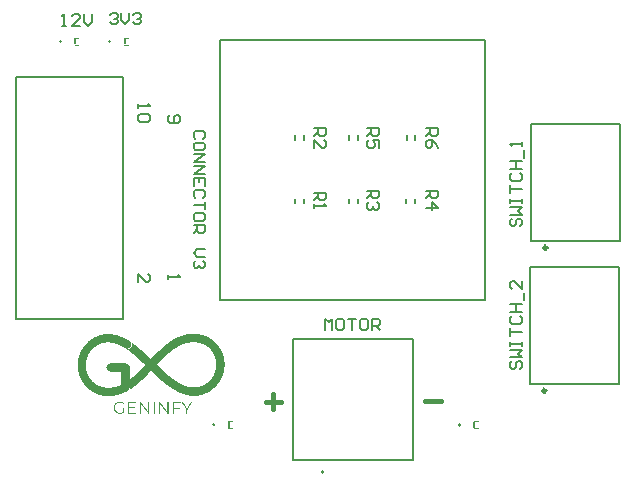
<source format=gto>
G04*
G04 #@! TF.GenerationSoftware,Altium Limited,Altium Designer,20.1.8 (145)*
G04*
G04 Layer_Color=65535*
%FSLAX25Y25*%
%MOIN*%
G70*
G04*
G04 #@! TF.SameCoordinates,6820B22E-0937-42D0-9791-FC0B0F65920B*
G04*
G04*
G04 #@! TF.FilePolarity,Positive*
G04*
G01*
G75*
%ADD10C,0.00591*%
%ADD11C,0.00787*%
%ADD12C,0.01181*%
%ADD13C,0.00394*%
%ADD14C,0.00500*%
%ADD15C,0.01575*%
%ADD16C,0.00600*%
%ADD17R,0.00689X0.02362*%
G36*
X32438Y43984D02*
X33113D01*
Y43917D01*
X33518D01*
Y43849D01*
X33855D01*
Y43782D01*
X34193D01*
Y43714D01*
X34463D01*
Y43647D01*
X34665D01*
Y43579D01*
X34935D01*
Y43512D01*
X35138D01*
Y43444D01*
X35340D01*
Y43377D01*
X35543D01*
Y43309D01*
X35745D01*
Y43242D01*
X35881D01*
Y43174D01*
X36083D01*
Y43106D01*
X36218D01*
Y43039D01*
X36421D01*
Y42972D01*
X36556D01*
Y42904D01*
X36691D01*
Y42836D01*
X36826D01*
Y42769D01*
X36961D01*
Y42702D01*
X37096D01*
Y42634D01*
X37231D01*
Y42566D01*
X37366D01*
Y42499D01*
X37501D01*
Y42432D01*
X37636D01*
Y42364D01*
X37771D01*
Y42296D01*
X37906D01*
Y42229D01*
X38041D01*
Y42161D01*
X38176D01*
Y42094D01*
X38243D01*
Y42026D01*
X38378D01*
Y41959D01*
X38513D01*
Y41891D01*
X38581D01*
Y41824D01*
X38716D01*
Y41756D01*
X38851D01*
Y41689D01*
X38918D01*
Y41621D01*
X38986D01*
Y41554D01*
X39053D01*
Y41486D01*
X39121D01*
Y41419D01*
X39188D01*
Y41351D01*
X39256D01*
Y41284D01*
X39323D01*
Y41216D01*
Y41149D01*
X39391D01*
Y41081D01*
Y41014D01*
Y40946D01*
X39458D01*
Y40879D01*
Y40811D01*
Y40744D01*
Y40676D01*
X39526D01*
Y40609D01*
Y40541D01*
Y40474D01*
Y40406D01*
Y40339D01*
X39458D01*
Y40271D01*
Y40204D01*
Y40136D01*
Y40069D01*
X39391D01*
Y40001D01*
Y39934D01*
X39323D01*
Y39866D01*
Y39799D01*
X39256D01*
Y39731D01*
X39188D01*
Y39664D01*
Y39596D01*
X39121D01*
Y39529D01*
X39053D01*
Y39461D01*
X38918D01*
Y39394D01*
X38851D01*
Y39326D01*
X38716D01*
Y39259D01*
X38513D01*
Y39191D01*
X38176D01*
Y39124D01*
X38108D01*
Y39191D01*
X37703D01*
Y39259D01*
X37568D01*
Y39326D01*
X37433D01*
Y39394D01*
X37298D01*
Y39461D01*
X37163D01*
Y39529D01*
X37096D01*
Y39596D01*
X36961D01*
Y39664D01*
X36826D01*
Y39731D01*
X36758D01*
Y39799D01*
X36623D01*
Y39866D01*
X36488D01*
Y39934D01*
X36353D01*
Y40001D01*
X36218D01*
Y40069D01*
X36083D01*
Y40136D01*
X35948D01*
Y40204D01*
X35813D01*
Y40271D01*
X35678D01*
Y40339D01*
X35543D01*
Y40406D01*
X35408D01*
Y40474D01*
X35273D01*
Y40541D01*
X35070D01*
Y40609D01*
X34935D01*
Y40676D01*
X34733D01*
Y40744D01*
X34530D01*
Y40811D01*
X34328D01*
Y40879D01*
X34125D01*
Y40946D01*
X33923D01*
Y41014D01*
X33653D01*
Y41081D01*
X33315D01*
Y41149D01*
X32910D01*
Y41216D01*
X32370D01*
Y41284D01*
X31223D01*
Y41216D01*
X30615D01*
Y41149D01*
X30278D01*
Y41081D01*
X30007D01*
Y41014D01*
X29737D01*
Y40946D01*
X29535D01*
Y40879D01*
X29400D01*
Y40811D01*
X29197D01*
Y40744D01*
X29063D01*
Y40676D01*
X28860D01*
Y40609D01*
X28725D01*
Y40541D01*
X28590D01*
Y40474D01*
X28455D01*
Y40406D01*
X28387D01*
Y40339D01*
X28252D01*
Y40271D01*
X28117D01*
Y40204D01*
X27982D01*
Y40136D01*
X27915D01*
Y40069D01*
X27780D01*
Y40001D01*
X27712D01*
Y39934D01*
X27577D01*
Y39866D01*
X27510D01*
Y39799D01*
X27442D01*
Y39731D01*
X27307D01*
Y39664D01*
X27240D01*
Y39596D01*
X27172D01*
Y39529D01*
X27105D01*
Y39461D01*
X26970D01*
Y39394D01*
X26902D01*
Y39326D01*
X26835D01*
Y39259D01*
X26767D01*
Y39191D01*
X26700D01*
Y39124D01*
X26632D01*
Y39056D01*
X26565D01*
Y38989D01*
X26497D01*
Y38921D01*
X26430D01*
Y38854D01*
X26362D01*
Y38786D01*
X26295D01*
Y38719D01*
X26227D01*
Y38651D01*
Y38584D01*
X26160D01*
Y38516D01*
X26092D01*
Y38449D01*
X26025D01*
Y38381D01*
X25957D01*
Y38314D01*
Y38246D01*
X25890D01*
Y38179D01*
X25822D01*
Y38111D01*
X25755D01*
Y38044D01*
Y37976D01*
X25687D01*
Y37909D01*
X25620D01*
Y37841D01*
Y37774D01*
X25552D01*
Y37706D01*
X25485D01*
Y37639D01*
Y37571D01*
X25417D01*
Y37504D01*
Y37436D01*
X25350D01*
Y37369D01*
X25282D01*
Y37301D01*
Y37233D01*
X25215D01*
Y37166D01*
Y37099D01*
X25147D01*
Y37031D01*
Y36963D01*
X25080D01*
Y36896D01*
Y36829D01*
X25012D01*
Y36761D01*
Y36694D01*
Y36626D01*
X24945D01*
Y36558D01*
Y36491D01*
X24877D01*
Y36424D01*
Y36356D01*
Y36288D01*
X24810D01*
Y36221D01*
Y36154D01*
X24742D01*
Y36086D01*
Y36018D01*
Y35951D01*
X24675D01*
Y35883D01*
Y35816D01*
Y35748D01*
Y35681D01*
X24607D01*
Y35613D01*
Y35546D01*
Y35478D01*
Y35411D01*
X24540D01*
Y35343D01*
Y35276D01*
Y35208D01*
Y35141D01*
Y35073D01*
X24472D01*
Y35006D01*
Y34938D01*
Y34871D01*
Y34803D01*
Y34736D01*
Y34668D01*
X24405D01*
Y34601D01*
Y34533D01*
Y34466D01*
Y34398D01*
Y34331D01*
Y34263D01*
Y34196D01*
Y34128D01*
Y34061D01*
Y33993D01*
Y33926D01*
Y33858D01*
Y33791D01*
Y33723D01*
X24337D01*
Y33656D01*
Y33588D01*
Y33521D01*
X24405D01*
Y33453D01*
Y33386D01*
Y33318D01*
Y33251D01*
Y33183D01*
Y33116D01*
Y33048D01*
Y32981D01*
Y32913D01*
Y32846D01*
Y32778D01*
Y32711D01*
Y32643D01*
Y32576D01*
X24472D01*
Y32508D01*
Y32441D01*
Y32373D01*
Y32306D01*
Y32238D01*
Y32171D01*
Y32103D01*
X24540D01*
Y32036D01*
Y31968D01*
Y31901D01*
Y31833D01*
X24607D01*
Y31766D01*
Y31698D01*
Y31631D01*
Y31563D01*
X24675D01*
Y31496D01*
Y31428D01*
Y31361D01*
Y31293D01*
X24742D01*
Y31226D01*
Y31158D01*
Y31091D01*
X24810D01*
Y31023D01*
Y30955D01*
Y30888D01*
X24877D01*
Y30821D01*
Y30753D01*
X24945D01*
Y30685D01*
Y30618D01*
X25012D01*
Y30551D01*
Y30483D01*
Y30415D01*
X25080D01*
Y30348D01*
Y30281D01*
X25147D01*
Y30213D01*
Y30145D01*
X25215D01*
Y30078D01*
Y30010D01*
X25282D01*
Y29943D01*
Y29875D01*
X25350D01*
Y29808D01*
X25417D01*
Y29740D01*
Y29673D01*
X25485D01*
Y29605D01*
Y29538D01*
X25552D01*
Y29470D01*
X25620D01*
Y29403D01*
Y29335D01*
X25687D01*
Y29268D01*
X25755D01*
Y29200D01*
Y29133D01*
X25822D01*
Y29065D01*
X25890D01*
Y28998D01*
X25957D01*
Y28930D01*
Y28863D01*
X26025D01*
Y28795D01*
X26092D01*
Y28728D01*
X26160D01*
Y28660D01*
X26227D01*
Y28593D01*
X26295D01*
Y28525D01*
Y28458D01*
X26362D01*
Y28390D01*
X26430D01*
Y28323D01*
X26497D01*
Y28255D01*
X26565D01*
Y28188D01*
X26632D01*
Y28120D01*
X26700D01*
Y28053D01*
X26835D01*
Y27985D01*
X26902D01*
Y27918D01*
X26970D01*
Y27850D01*
X27037D01*
Y27783D01*
X27105D01*
Y27715D01*
X27172D01*
Y27648D01*
X27307D01*
Y27580D01*
X27375D01*
Y27513D01*
X27442D01*
Y27445D01*
X27577D01*
Y27378D01*
X27645D01*
Y27310D01*
X27780D01*
Y27243D01*
X27847D01*
Y27175D01*
X27982D01*
Y27108D01*
X28117D01*
Y27040D01*
X28252D01*
Y26973D01*
X28387D01*
Y26905D01*
X28522D01*
Y26838D01*
X28657D01*
Y26770D01*
X28792D01*
Y26703D01*
X28927D01*
Y26635D01*
X29130D01*
Y26568D01*
X29333D01*
Y26500D01*
X29535D01*
Y26433D01*
X29737D01*
Y26365D01*
X30007D01*
Y26298D01*
X30345D01*
Y26230D01*
X30818D01*
Y26163D01*
X31695D01*
Y26095D01*
X32235D01*
Y26163D01*
X33113D01*
Y26230D01*
X33585D01*
Y26298D01*
X33923D01*
Y26365D01*
X34193D01*
Y26433D01*
X34463D01*
Y26500D01*
X34733D01*
Y26568D01*
X34935D01*
Y26635D01*
X35138D01*
Y26703D01*
X35273D01*
Y26770D01*
X35476D01*
Y26838D01*
X35610D01*
Y26905D01*
X35813D01*
Y26973D01*
X35948D01*
Y27040D01*
X36083D01*
Y27108D01*
X36218D01*
Y27175D01*
Y27243D01*
Y27310D01*
Y27378D01*
Y27445D01*
Y27513D01*
Y27580D01*
Y27648D01*
Y27715D01*
Y27783D01*
Y27850D01*
Y27918D01*
Y27985D01*
Y28053D01*
Y28120D01*
Y28188D01*
Y28255D01*
Y28323D01*
Y28390D01*
Y28458D01*
Y28525D01*
Y28593D01*
Y28660D01*
Y28728D01*
Y28795D01*
Y28863D01*
Y28930D01*
Y28998D01*
Y29065D01*
Y29133D01*
Y29200D01*
Y29268D01*
Y29335D01*
Y29403D01*
Y29470D01*
Y29538D01*
Y29605D01*
Y29673D01*
Y29740D01*
Y29808D01*
Y29875D01*
Y29943D01*
Y30010D01*
Y30078D01*
Y30145D01*
Y30213D01*
Y30281D01*
Y30348D01*
Y30415D01*
Y30483D01*
Y30551D01*
Y30618D01*
Y30685D01*
Y30753D01*
Y30821D01*
Y30888D01*
Y30955D01*
Y31023D01*
Y31091D01*
Y31158D01*
Y31226D01*
Y31293D01*
Y31361D01*
Y31428D01*
X36151D01*
Y31496D01*
X32235D01*
Y31563D01*
X32100D01*
Y31631D01*
X31965D01*
Y31698D01*
X31830D01*
Y31766D01*
X31763D01*
Y31833D01*
X31695D01*
Y31901D01*
X31628D01*
Y31968D01*
X31560D01*
Y32036D01*
X31493D01*
Y32103D01*
X31425D01*
Y32171D01*
Y32238D01*
X31358D01*
Y32306D01*
Y32373D01*
X31290D01*
Y32441D01*
Y32508D01*
Y32576D01*
Y32643D01*
X31223D01*
Y32711D01*
Y32778D01*
Y32846D01*
Y32913D01*
Y32981D01*
Y33048D01*
X31290D01*
Y33116D01*
Y33183D01*
Y33251D01*
Y33318D01*
X31358D01*
Y33386D01*
Y33453D01*
X31425D01*
Y33521D01*
Y33588D01*
X31493D01*
Y33656D01*
Y33723D01*
X31560D01*
Y33791D01*
X31628D01*
Y33858D01*
X31695D01*
Y33926D01*
X31830D01*
Y33993D01*
X31898D01*
Y34061D01*
X32033D01*
Y34128D01*
X32168D01*
Y34196D01*
X32505D01*
Y34263D01*
X37703D01*
Y34196D01*
X37973D01*
Y34128D01*
X38176D01*
Y34061D01*
X38311D01*
Y33993D01*
X38378D01*
Y33926D01*
X38446D01*
Y33858D01*
X38581D01*
Y33791D01*
Y33723D01*
X38648D01*
Y33656D01*
X38716D01*
Y33588D01*
X38783D01*
Y33521D01*
Y33453D01*
X38851D01*
Y33386D01*
Y33318D01*
Y33251D01*
X38918D01*
Y33183D01*
Y33116D01*
Y33048D01*
Y32981D01*
Y32913D01*
X38986D01*
Y32846D01*
Y32778D01*
Y32711D01*
Y32643D01*
Y32576D01*
Y32508D01*
Y32441D01*
Y32373D01*
Y32306D01*
Y32238D01*
Y32171D01*
Y32103D01*
Y32036D01*
Y31968D01*
Y31901D01*
Y31833D01*
Y31766D01*
Y31698D01*
Y31631D01*
Y31563D01*
Y31496D01*
Y31428D01*
Y31361D01*
Y31293D01*
Y31226D01*
Y31158D01*
Y31091D01*
Y31023D01*
Y30955D01*
Y30888D01*
Y30821D01*
Y30753D01*
Y30685D01*
Y30618D01*
Y30551D01*
Y30483D01*
Y30415D01*
Y30348D01*
Y30281D01*
Y30213D01*
Y30145D01*
Y30078D01*
Y30010D01*
Y29943D01*
Y29875D01*
Y29808D01*
Y29740D01*
Y29673D01*
Y29605D01*
Y29538D01*
Y29470D01*
Y29403D01*
Y29335D01*
Y29268D01*
Y29200D01*
Y29133D01*
Y29065D01*
Y28998D01*
Y28930D01*
Y28863D01*
Y28795D01*
Y28728D01*
Y28660D01*
Y28593D01*
Y28525D01*
Y28458D01*
Y28390D01*
Y28323D01*
Y28255D01*
Y28188D01*
Y28120D01*
Y28053D01*
Y27985D01*
Y27918D01*
Y27850D01*
Y27783D01*
Y27715D01*
Y27648D01*
Y27580D01*
Y27513D01*
Y27445D01*
Y27378D01*
Y27310D01*
Y27243D01*
Y27175D01*
Y27108D01*
Y27040D01*
Y26973D01*
Y26905D01*
Y26838D01*
Y26770D01*
Y26703D01*
Y26635D01*
Y26568D01*
Y26500D01*
Y26433D01*
Y26365D01*
Y26298D01*
Y26230D01*
X38918D01*
Y26163D01*
Y26095D01*
Y26028D01*
Y25960D01*
Y25893D01*
X38851D01*
Y25825D01*
Y25758D01*
Y25690D01*
X38783D01*
Y25623D01*
Y25555D01*
X38716D01*
Y25488D01*
X38648D01*
Y25420D01*
Y25353D01*
X38581D01*
Y25285D01*
X38513D01*
Y25218D01*
X38378D01*
Y25150D01*
X38311D01*
Y25083D01*
X38176D01*
Y25015D01*
X38041D01*
Y24948D01*
X37906D01*
Y24880D01*
X37771D01*
Y24813D01*
X37636D01*
Y24745D01*
X37501D01*
Y24678D01*
X37366D01*
Y24610D01*
X37231D01*
Y24543D01*
X37096D01*
Y24475D01*
X36961D01*
Y24408D01*
X36758D01*
Y24340D01*
X36623D01*
Y24272D01*
X36421D01*
Y24205D01*
X36285D01*
Y24137D01*
X36083D01*
Y24070D01*
X35881D01*
Y24002D01*
X35678D01*
Y23935D01*
X35476D01*
Y23867D01*
X35273D01*
Y23800D01*
X35003D01*
Y23732D01*
X34733D01*
Y23665D01*
X34463D01*
Y23597D01*
X34125D01*
Y23530D01*
X33720D01*
Y23462D01*
X33180D01*
Y23395D01*
X30750D01*
Y23462D01*
X30210D01*
Y23530D01*
X29805D01*
Y23597D01*
X29535D01*
Y23665D01*
X29197D01*
Y23732D01*
X28995D01*
Y23800D01*
X28725D01*
Y23867D01*
X28522D01*
Y23935D01*
X28320D01*
Y24002D01*
X28117D01*
Y24070D01*
X27982D01*
Y24137D01*
X27780D01*
Y24205D01*
X27645D01*
Y24272D01*
X27510D01*
Y24340D01*
X27375D01*
Y24408D01*
X27172D01*
Y24475D01*
X27037D01*
Y24543D01*
X26970D01*
Y24610D01*
X26835D01*
Y24678D01*
X26700D01*
Y24745D01*
X26565D01*
Y24813D01*
X26497D01*
Y24880D01*
X26362D01*
Y24948D01*
X26227D01*
Y25015D01*
X26160D01*
Y25083D01*
X26025D01*
Y25150D01*
X25957D01*
Y25218D01*
X25822D01*
Y25285D01*
X25755D01*
Y25353D01*
X25687D01*
Y25420D01*
X25552D01*
Y25488D01*
X25485D01*
Y25555D01*
X25417D01*
Y25623D01*
X25350D01*
Y25690D01*
X25215D01*
Y25758D01*
X25147D01*
Y25825D01*
X25080D01*
Y25893D01*
X25012D01*
Y25960D01*
X24945D01*
Y26028D01*
X24877D01*
Y26095D01*
X24810D01*
Y26163D01*
X24742D01*
Y26230D01*
X24675D01*
Y26298D01*
X24607D01*
Y26365D01*
X24540D01*
Y26433D01*
X24472D01*
Y26500D01*
X24405D01*
Y26568D01*
X24337D01*
Y26635D01*
X24270D01*
Y26703D01*
X24202D01*
Y26770D01*
X24135D01*
Y26838D01*
X24067D01*
Y26905D01*
Y26973D01*
X24000D01*
Y27040D01*
X23932D01*
Y27108D01*
X23865D01*
Y27175D01*
X23797D01*
Y27243D01*
X23730D01*
Y27310D01*
Y27378D01*
X23662D01*
Y27445D01*
X23595D01*
Y27513D01*
Y27580D01*
X23527D01*
Y27648D01*
X23460D01*
Y27715D01*
X23392D01*
Y27783D01*
Y27850D01*
X23325D01*
Y27918D01*
X23257D01*
Y27985D01*
Y28053D01*
X23189D01*
Y28120D01*
Y28188D01*
X23122D01*
Y28255D01*
X23054D01*
Y28323D01*
Y28390D01*
X22987D01*
Y28458D01*
Y28525D01*
X22919D01*
Y28593D01*
X22852D01*
Y28660D01*
Y28728D01*
X22784D01*
Y28795D01*
Y28863D01*
X22717D01*
Y28930D01*
Y28998D01*
X22649D01*
Y29065D01*
Y29133D01*
X22582D01*
Y29200D01*
Y29268D01*
X22514D01*
Y29335D01*
Y29403D01*
Y29470D01*
X22447D01*
Y29538D01*
Y29605D01*
X22379D01*
Y29673D01*
Y29740D01*
X22312D01*
Y29808D01*
Y29875D01*
Y29943D01*
X22244D01*
Y30010D01*
Y30078D01*
Y30145D01*
X22177D01*
Y30213D01*
Y30281D01*
Y30348D01*
X22109D01*
Y30415D01*
Y30483D01*
Y30551D01*
X22042D01*
Y30618D01*
Y30685D01*
Y30753D01*
X21974D01*
Y30821D01*
Y30888D01*
Y30955D01*
Y31023D01*
X21907D01*
Y31091D01*
Y31158D01*
Y31226D01*
Y31293D01*
X21839D01*
Y31361D01*
Y31428D01*
Y31496D01*
Y31563D01*
Y31631D01*
X21772D01*
Y31698D01*
Y31766D01*
Y31833D01*
Y31901D01*
Y31968D01*
Y32036D01*
X21704D01*
Y32103D01*
Y32171D01*
Y32238D01*
Y32306D01*
Y32373D01*
Y32441D01*
Y32508D01*
X21637D01*
Y32576D01*
Y32643D01*
Y32711D01*
Y32778D01*
Y32846D01*
Y32913D01*
Y32981D01*
Y33048D01*
Y33116D01*
Y33183D01*
Y33251D01*
Y33318D01*
Y33386D01*
Y33453D01*
Y33521D01*
Y33588D01*
Y33656D01*
Y33723D01*
Y33791D01*
Y33858D01*
Y33926D01*
Y33993D01*
Y34061D01*
Y34128D01*
Y34196D01*
Y34263D01*
Y34331D01*
Y34398D01*
Y34466D01*
Y34533D01*
Y34601D01*
Y34668D01*
X21704D01*
Y34736D01*
Y34803D01*
Y34871D01*
Y34938D01*
Y35006D01*
Y35073D01*
Y35141D01*
Y35208D01*
X21772D01*
Y35276D01*
Y35343D01*
Y35411D01*
Y35478D01*
Y35546D01*
Y35613D01*
X21839D01*
Y35681D01*
Y35748D01*
Y35816D01*
Y35883D01*
Y35951D01*
X21907D01*
Y36018D01*
Y36086D01*
Y36154D01*
Y36221D01*
X21974D01*
Y36288D01*
Y36356D01*
Y36424D01*
Y36491D01*
X22042D01*
Y36558D01*
Y36626D01*
Y36694D01*
X22109D01*
Y36761D01*
Y36829D01*
Y36896D01*
X22177D01*
Y36963D01*
Y37031D01*
Y37099D01*
X22244D01*
Y37166D01*
Y37233D01*
Y37301D01*
X22312D01*
Y37369D01*
Y37436D01*
Y37504D01*
X22379D01*
Y37571D01*
Y37639D01*
X22447D01*
Y37706D01*
Y37774D01*
X22514D01*
Y37841D01*
Y37909D01*
Y37976D01*
X22582D01*
Y38044D01*
Y38111D01*
X22649D01*
Y38179D01*
Y38246D01*
X22717D01*
Y38314D01*
Y38381D01*
X22784D01*
Y38449D01*
Y38516D01*
X22852D01*
Y38584D01*
Y38651D01*
X22919D01*
Y38719D01*
X22987D01*
Y38786D01*
Y38854D01*
X23054D01*
Y38921D01*
Y38989D01*
X23122D01*
Y39056D01*
Y39124D01*
X23189D01*
Y39191D01*
X23257D01*
Y39259D01*
Y39326D01*
X23325D01*
Y39394D01*
X23392D01*
Y39461D01*
Y39529D01*
X23460D01*
Y39596D01*
X23527D01*
Y39664D01*
Y39731D01*
X23595D01*
Y39799D01*
X23662D01*
Y39866D01*
X23730D01*
Y39934D01*
Y40001D01*
X23797D01*
Y40069D01*
X23865D01*
Y40136D01*
X23932D01*
Y40204D01*
X24000D01*
Y40271D01*
Y40339D01*
X24067D01*
Y40406D01*
X24135D01*
Y40474D01*
X24202D01*
Y40541D01*
X24270D01*
Y40609D01*
X24337D01*
Y40676D01*
X24405D01*
Y40744D01*
X24472D01*
Y40811D01*
X24540D01*
Y40879D01*
X24607D01*
Y40946D01*
X24675D01*
Y41014D01*
X24742D01*
Y41081D01*
X24810D01*
Y41149D01*
X24877D01*
Y41216D01*
X24945D01*
Y41284D01*
X25012D01*
Y41351D01*
X25080D01*
Y41419D01*
X25147D01*
Y41486D01*
X25215D01*
Y41554D01*
X25282D01*
Y41621D01*
X25350D01*
Y41689D01*
X25485D01*
Y41756D01*
X25552D01*
Y41824D01*
X25620D01*
Y41891D01*
X25687D01*
Y41959D01*
X25822D01*
Y42026D01*
X25890D01*
Y42094D01*
X26025D01*
Y42161D01*
X26092D01*
Y42229D01*
X26160D01*
Y42296D01*
X26295D01*
Y42364D01*
X26362D01*
Y42432D01*
X26497D01*
Y42499D01*
X26632D01*
Y42566D01*
X26700D01*
Y42634D01*
X26835D01*
Y42702D01*
X26970D01*
Y42769D01*
X27037D01*
Y42836D01*
X27172D01*
Y42904D01*
X27307D01*
Y42972D01*
X27442D01*
Y43039D01*
X27577D01*
Y43106D01*
X27780D01*
Y43174D01*
X27915D01*
Y43242D01*
X28050D01*
Y43309D01*
X28252D01*
Y43377D01*
X28387D01*
Y43444D01*
X28590D01*
Y43512D01*
X28792D01*
Y43579D01*
X28995D01*
Y43647D01*
X29197D01*
Y43714D01*
X29467D01*
Y43782D01*
X29737D01*
Y43849D01*
X30075D01*
Y43917D01*
X30548D01*
Y43984D01*
X31155D01*
Y44052D01*
X32438D01*
Y43984D01*
D02*
G37*
G36*
X61060Y44052D02*
X61735D01*
Y43984D01*
X62140D01*
Y43917D01*
X62545D01*
Y43849D01*
X62815D01*
Y43782D01*
X63085D01*
Y43714D01*
X63355D01*
Y43647D01*
X63558D01*
Y43579D01*
X63760D01*
Y43512D01*
X63963D01*
Y43444D01*
X64098D01*
Y43377D01*
X64300D01*
Y43309D01*
X64435D01*
Y43242D01*
X64638D01*
Y43174D01*
X64773D01*
Y43106D01*
X64908D01*
Y43039D01*
X65043D01*
Y42972D01*
X65178D01*
Y42904D01*
X65313D01*
Y42836D01*
X65448D01*
Y42769D01*
X65515D01*
Y42702D01*
X65650D01*
Y42634D01*
X65785D01*
Y42566D01*
X65853D01*
Y42499D01*
X65988D01*
Y42432D01*
X66056D01*
Y42364D01*
X66190D01*
Y42296D01*
X66258D01*
Y42229D01*
X66393D01*
Y42161D01*
X66461D01*
Y42094D01*
X66528D01*
Y42026D01*
X66663D01*
Y41959D01*
X66730D01*
Y41891D01*
X66798D01*
Y41824D01*
X66865D01*
Y41756D01*
X67001D01*
Y41689D01*
X67068D01*
Y41621D01*
X67136D01*
Y41554D01*
X67203D01*
Y41486D01*
X67271D01*
Y41419D01*
X67338D01*
Y41351D01*
X67406D01*
Y41284D01*
X67473D01*
Y41216D01*
X67541D01*
Y41149D01*
X67608D01*
Y41081D01*
X67676D01*
Y41014D01*
X67743D01*
Y40946D01*
X67811D01*
Y40879D01*
X67878D01*
Y40811D01*
X67946D01*
Y40744D01*
X68013D01*
Y40676D01*
X68081D01*
Y40609D01*
X68148D01*
Y40541D01*
Y40474D01*
X68216D01*
Y40406D01*
X68283D01*
Y40339D01*
X68351D01*
Y40271D01*
X68418D01*
Y40204D01*
Y40136D01*
X68486D01*
Y40069D01*
X68553D01*
Y40001D01*
X68621D01*
Y39934D01*
Y39866D01*
X68688D01*
Y39799D01*
X68756D01*
Y39731D01*
X68823D01*
Y39664D01*
Y39596D01*
X68891D01*
Y39529D01*
Y39461D01*
X68958D01*
Y39394D01*
X69026D01*
Y39326D01*
Y39259D01*
X69093D01*
Y39191D01*
X69161D01*
Y39124D01*
Y39056D01*
X69228D01*
Y38989D01*
Y38921D01*
X69296D01*
Y38854D01*
Y38786D01*
X69363D01*
Y38719D01*
Y38651D01*
X69431D01*
Y38584D01*
X69498D01*
Y38516D01*
Y38449D01*
Y38381D01*
X69566D01*
Y38314D01*
Y38246D01*
X69633D01*
Y38179D01*
Y38111D01*
X69701D01*
Y38044D01*
Y37976D01*
X69768D01*
Y37909D01*
Y37841D01*
Y37774D01*
X69836D01*
Y37706D01*
Y37639D01*
X69903D01*
Y37571D01*
Y37504D01*
Y37436D01*
X69971D01*
Y37369D01*
Y37301D01*
Y37233D01*
X70038D01*
Y37166D01*
Y37099D01*
Y37031D01*
X70106D01*
Y36963D01*
Y36896D01*
Y36829D01*
X70173D01*
Y36761D01*
Y36694D01*
Y36626D01*
X70241D01*
Y36558D01*
Y36491D01*
Y36424D01*
Y36356D01*
X70308D01*
Y36288D01*
Y36221D01*
Y36154D01*
Y36086D01*
Y36018D01*
X70376D01*
Y35951D01*
Y35883D01*
Y35816D01*
Y35748D01*
Y35681D01*
X70443D01*
Y35613D01*
Y35546D01*
Y35478D01*
Y35411D01*
Y35343D01*
Y35276D01*
X70511D01*
Y35208D01*
Y35141D01*
Y35073D01*
Y35006D01*
Y34938D01*
Y34871D01*
Y34803D01*
Y34736D01*
Y34668D01*
X70578D01*
Y34601D01*
Y34533D01*
Y34466D01*
Y34398D01*
Y34331D01*
Y34263D01*
Y34196D01*
Y34128D01*
Y34061D01*
Y33993D01*
Y33926D01*
Y33858D01*
Y33791D01*
Y33723D01*
Y33656D01*
Y33588D01*
Y33521D01*
Y33453D01*
Y33386D01*
Y33318D01*
Y33251D01*
Y33183D01*
Y33116D01*
Y33048D01*
X70511D01*
Y32981D01*
Y32913D01*
Y32846D01*
Y32778D01*
Y32711D01*
Y32643D01*
Y32576D01*
Y32508D01*
Y32441D01*
X70443D01*
Y32373D01*
Y32306D01*
Y32238D01*
Y32171D01*
Y32103D01*
Y32036D01*
X70376D01*
Y31968D01*
Y31901D01*
Y31833D01*
Y31766D01*
Y31698D01*
Y31631D01*
X70308D01*
Y31563D01*
Y31496D01*
Y31428D01*
Y31361D01*
X70241D01*
Y31293D01*
Y31226D01*
Y31158D01*
Y31091D01*
X70173D01*
Y31023D01*
Y30955D01*
Y30888D01*
X70106D01*
Y30821D01*
Y30753D01*
Y30685D01*
Y30618D01*
X70038D01*
Y30551D01*
Y30483D01*
Y30415D01*
X69971D01*
Y30348D01*
Y30281D01*
X69903D01*
Y30213D01*
Y30145D01*
Y30078D01*
X69836D01*
Y30010D01*
Y29943D01*
Y29875D01*
X69768D01*
Y29808D01*
Y29740D01*
X69701D01*
Y29673D01*
Y29605D01*
Y29538D01*
X69633D01*
Y29470D01*
Y29403D01*
X69566D01*
Y29335D01*
Y29268D01*
X69498D01*
Y29200D01*
Y29133D01*
X69431D01*
Y29065D01*
Y28998D01*
X69363D01*
Y28930D01*
Y28863D01*
X69296D01*
Y28795D01*
Y28728D01*
X69228D01*
Y28660D01*
X69161D01*
Y28593D01*
Y28525D01*
X69093D01*
Y28458D01*
Y28390D01*
X69026D01*
Y28323D01*
X68958D01*
Y28255D01*
Y28188D01*
X68891D01*
Y28120D01*
X68823D01*
Y28053D01*
Y27985D01*
X68756D01*
Y27918D01*
X68688D01*
Y27850D01*
Y27783D01*
X68621D01*
Y27715D01*
X68553D01*
Y27648D01*
Y27580D01*
X68486D01*
Y27513D01*
X68418D01*
Y27445D01*
X68351D01*
Y27378D01*
X68283D01*
Y27310D01*
Y27243D01*
X68216D01*
Y27175D01*
X68148D01*
Y27108D01*
X68081D01*
Y27040D01*
X68013D01*
Y26973D01*
X67946D01*
Y26905D01*
Y26838D01*
X67878D01*
Y26770D01*
X67811D01*
Y26703D01*
X67743D01*
Y26635D01*
X67676D01*
Y26568D01*
X67608D01*
Y26500D01*
X67541D01*
Y26433D01*
X67473D01*
Y26365D01*
X67406D01*
Y26298D01*
X67338D01*
Y26230D01*
X67271D01*
Y26163D01*
X67203D01*
Y26095D01*
X67136D01*
Y26028D01*
X67001D01*
Y25960D01*
X66933D01*
Y25893D01*
X66865D01*
Y25825D01*
X66798D01*
Y25758D01*
X66730D01*
Y25690D01*
X66596D01*
Y25623D01*
X66528D01*
Y25555D01*
X66461D01*
Y25488D01*
X66393D01*
Y25420D01*
X66258D01*
Y25353D01*
X66190D01*
Y25285D01*
X66056D01*
Y25218D01*
X65988D01*
Y25150D01*
X65853D01*
Y25083D01*
X65785D01*
Y25015D01*
X65650D01*
Y24948D01*
X65583D01*
Y24880D01*
X65448D01*
Y24813D01*
X65313D01*
Y24745D01*
X65245D01*
Y24678D01*
X65110D01*
Y24610D01*
X64975D01*
Y24543D01*
X64840D01*
Y24475D01*
X64705D01*
Y24408D01*
X64570D01*
Y24340D01*
X64435D01*
Y24272D01*
X64233D01*
Y24205D01*
X64098D01*
Y24137D01*
X63963D01*
Y24070D01*
X63760D01*
Y24002D01*
X63558D01*
Y23935D01*
X63355D01*
Y23867D01*
X63153D01*
Y23800D01*
X62950D01*
Y23732D01*
X62680D01*
Y23665D01*
X62343D01*
Y23597D01*
X62005D01*
Y23530D01*
X61533D01*
Y23462D01*
X60723D01*
Y23395D01*
X60048D01*
Y23462D01*
X59170D01*
Y23530D01*
X58697D01*
Y23597D01*
X58360D01*
Y23665D01*
X58022D01*
Y23732D01*
X57752D01*
Y23800D01*
X57482D01*
Y23867D01*
X57280D01*
Y23935D01*
X57077D01*
Y24002D01*
X56875D01*
Y24070D01*
X56672D01*
Y24137D01*
X56470D01*
Y24205D01*
X56267D01*
Y24272D01*
X56132D01*
Y24340D01*
X55930D01*
Y24408D01*
X55795D01*
Y24475D01*
X55660D01*
Y24543D01*
X55457D01*
Y24610D01*
X55322D01*
Y24678D01*
X55187D01*
Y24745D01*
X55052D01*
Y24813D01*
X54917D01*
Y24880D01*
X54782D01*
Y24948D01*
X54647D01*
Y25015D01*
X54512D01*
Y25083D01*
X54377D01*
Y25150D01*
X54242D01*
Y25218D01*
X54175D01*
Y25285D01*
X54040D01*
Y25353D01*
X53904D01*
Y25420D01*
X53769D01*
Y25488D01*
X53702D01*
Y25555D01*
X53567D01*
Y25623D01*
X53432D01*
Y25690D01*
X53364D01*
Y25758D01*
X53229D01*
Y25825D01*
X53162D01*
Y25893D01*
X53027D01*
Y25960D01*
X52959D01*
Y26028D01*
X52824D01*
Y26095D01*
X52757D01*
Y26163D01*
X52622D01*
Y26230D01*
X52554D01*
Y26298D01*
X52419D01*
Y26365D01*
X52352D01*
Y26433D01*
X52217D01*
Y26500D01*
X52149D01*
Y26568D01*
X52014D01*
Y26635D01*
X51947D01*
Y26703D01*
X51879D01*
Y26770D01*
X51744D01*
Y26838D01*
X51677D01*
Y26905D01*
X51542D01*
Y26973D01*
X51474D01*
Y27040D01*
X51407D01*
Y27108D01*
X51272D01*
Y27175D01*
X51204D01*
Y27243D01*
X51137D01*
Y27310D01*
X51069D01*
Y27378D01*
X50934D01*
Y27445D01*
X50867D01*
Y27513D01*
X50799D01*
Y27580D01*
X50664D01*
Y27648D01*
X50597D01*
Y27715D01*
X50529D01*
Y27783D01*
X50462D01*
Y27850D01*
X50327D01*
Y27918D01*
X50259D01*
Y27985D01*
X50192D01*
Y28053D01*
X50124D01*
Y28120D01*
X49989D01*
Y28188D01*
X49922D01*
Y28255D01*
X49854D01*
Y28323D01*
X49787D01*
Y28390D01*
X49719D01*
Y28458D01*
X49584D01*
Y28525D01*
X49517D01*
Y28593D01*
X49449D01*
Y28660D01*
X49382D01*
Y28728D01*
X49314D01*
Y28795D01*
X49179D01*
Y28863D01*
X49112D01*
Y28930D01*
X49044D01*
Y28998D01*
X48977D01*
Y29065D01*
X48909D01*
Y29133D01*
X48842D01*
Y29200D01*
X48774D01*
Y29268D01*
X48706D01*
Y29335D01*
X48639D01*
Y29403D01*
X48572D01*
Y29470D01*
X48504D01*
Y29538D01*
X48436D01*
Y29605D01*
X48369D01*
Y29673D01*
X48302D01*
Y29740D01*
X48166D01*
Y29808D01*
X48099D01*
Y29875D01*
X48031D01*
Y29943D01*
X47964D01*
Y30010D01*
X47897D01*
Y30078D01*
X47829D01*
Y30145D01*
X47761D01*
Y30213D01*
X47694D01*
Y30281D01*
X47627D01*
Y30348D01*
X47559D01*
Y30415D01*
X47491D01*
Y30483D01*
X47424D01*
Y30551D01*
X47357D01*
Y30618D01*
X47289D01*
Y30685D01*
X47221D01*
Y30753D01*
X47154D01*
Y30821D01*
X47086D01*
Y30888D01*
X47019D01*
Y30955D01*
X46951D01*
Y31023D01*
X46884D01*
Y31091D01*
X46816D01*
Y31158D01*
X46749D01*
Y31226D01*
X46681D01*
Y31293D01*
X46614D01*
Y31361D01*
X46546D01*
Y31428D01*
X46479D01*
Y31496D01*
X46411D01*
Y31563D01*
X46276D01*
Y31631D01*
X46209D01*
Y31698D01*
X46141D01*
Y31766D01*
X46074D01*
Y31698D01*
X46006D01*
Y31631D01*
X45939D01*
Y31563D01*
X45871D01*
Y31496D01*
X45804D01*
Y31428D01*
X45736D01*
Y31361D01*
X45669D01*
Y31293D01*
X45601D01*
Y31226D01*
X45534D01*
Y31158D01*
X45466D01*
Y31091D01*
X45399D01*
Y31023D01*
X45331D01*
Y30955D01*
X45264D01*
Y30888D01*
X45196D01*
Y30821D01*
Y30753D01*
X45129D01*
Y30685D01*
X45061D01*
Y30618D01*
X44994D01*
Y30551D01*
X44926D01*
Y30483D01*
X44859D01*
Y30415D01*
X44791D01*
Y30348D01*
X44724D01*
Y30281D01*
X44656D01*
Y30213D01*
X44589D01*
Y30145D01*
X44521D01*
Y30078D01*
X44454D01*
Y30010D01*
X44386D01*
Y29943D01*
X44319D01*
Y29875D01*
X44251D01*
Y29808D01*
X44184D01*
Y29740D01*
X44116D01*
Y29673D01*
X44049D01*
Y29605D01*
X43981D01*
Y29538D01*
X43914D01*
Y29470D01*
X43846D01*
Y29403D01*
X43779D01*
Y29335D01*
X43711D01*
Y29268D01*
X43644D01*
Y29200D01*
X43576D01*
Y29133D01*
X43509D01*
Y29065D01*
X43374D01*
Y28998D01*
X43306D01*
Y28930D01*
X43239D01*
Y28863D01*
X43171D01*
Y28795D01*
X43104D01*
Y28728D01*
X43036D01*
Y28660D01*
X42969D01*
Y28593D01*
X42901D01*
Y28525D01*
X42834D01*
Y28458D01*
X42766D01*
Y28390D01*
X42699D01*
Y28323D01*
X42631D01*
Y28255D01*
X42564D01*
Y28188D01*
X42496D01*
Y28120D01*
X42361D01*
Y28053D01*
X42294D01*
Y27985D01*
X42226D01*
Y27918D01*
X42158D01*
Y27850D01*
X42091D01*
Y27783D01*
X42024D01*
Y27715D01*
X41956D01*
Y27648D01*
X41888D01*
Y27580D01*
X41754D01*
Y27513D01*
X41686D01*
Y27445D01*
X41618D01*
Y27378D01*
X41551D01*
Y27310D01*
X41483D01*
Y27243D01*
X41416D01*
Y27175D01*
X41281D01*
Y27108D01*
X41213D01*
Y27040D01*
X41146D01*
Y26973D01*
X41078D01*
Y26905D01*
X40943D01*
Y26838D01*
X40876D01*
Y26770D01*
X40808D01*
Y26703D01*
X40741D01*
Y26635D01*
X40606D01*
Y26568D01*
X40538D01*
Y26500D01*
X40471D01*
Y26433D01*
X40336D01*
Y26365D01*
X40268D01*
Y26298D01*
X40201D01*
Y26230D01*
X40066D01*
Y26163D01*
X39998D01*
Y26095D01*
X39863D01*
Y26028D01*
X39796D01*
Y25960D01*
X39661D01*
Y25893D01*
X39593D01*
Y25825D01*
X39458D01*
Y25758D01*
X39391D01*
Y25690D01*
X39256D01*
Y25623D01*
X39121D01*
Y25555D01*
X39053D01*
Y25623D01*
Y25690D01*
X39121D01*
Y25758D01*
Y25825D01*
Y25893D01*
X39188D01*
Y25960D01*
Y26028D01*
Y26095D01*
Y26163D01*
Y26230D01*
Y26298D01*
Y26365D01*
Y26433D01*
Y26500D01*
Y26568D01*
Y26635D01*
Y26703D01*
Y26770D01*
Y26838D01*
Y26905D01*
Y26973D01*
Y27040D01*
Y27108D01*
Y27175D01*
Y27243D01*
Y27310D01*
Y27378D01*
Y27445D01*
Y27513D01*
Y27580D01*
Y27648D01*
Y27715D01*
Y27783D01*
Y27850D01*
Y27918D01*
Y27985D01*
Y28053D01*
Y28120D01*
Y28188D01*
Y28255D01*
Y28323D01*
Y28390D01*
Y28458D01*
Y28525D01*
Y28593D01*
Y28660D01*
Y28728D01*
Y28795D01*
Y28863D01*
Y28930D01*
Y28998D01*
Y29065D01*
X39323D01*
Y29133D01*
X39391D01*
Y29200D01*
X39458D01*
Y29268D01*
X39526D01*
Y29335D01*
X39661D01*
Y29403D01*
X39728D01*
Y29470D01*
X39796D01*
Y29538D01*
X39863D01*
Y29605D01*
X39931D01*
Y29673D01*
X39998D01*
Y29740D01*
X40133D01*
Y29808D01*
X40201D01*
Y29875D01*
X40268D01*
Y29943D01*
X40336D01*
Y30010D01*
X40403D01*
Y30078D01*
X40471D01*
Y30145D01*
X40538D01*
Y30213D01*
X40606D01*
Y30281D01*
X40673D01*
Y30348D01*
X40808D01*
Y30415D01*
X40876D01*
Y30483D01*
X40943D01*
Y30551D01*
X41011D01*
Y30618D01*
X41078D01*
Y30685D01*
X41146D01*
Y30753D01*
X41213D01*
Y30821D01*
X41281D01*
Y30888D01*
X41348D01*
Y30955D01*
X41416D01*
Y31023D01*
X41483D01*
Y31091D01*
X41551D01*
Y31158D01*
X41618D01*
Y31226D01*
X41686D01*
Y31293D01*
X41754D01*
Y31361D01*
X41821D01*
Y31428D01*
X41888D01*
Y31496D01*
X41956D01*
Y31563D01*
X42024D01*
Y31631D01*
X42091D01*
Y31698D01*
X42158D01*
Y31766D01*
X42226D01*
Y31833D01*
X42294D01*
Y31901D01*
X42361D01*
Y31968D01*
X42429D01*
Y32036D01*
X42496D01*
Y32103D01*
X42564D01*
Y32171D01*
X42631D01*
Y32238D01*
X42699D01*
Y32306D01*
X42766D01*
Y32373D01*
X42834D01*
Y32441D01*
X42901D01*
Y32508D01*
X42969D01*
Y32576D01*
X43036D01*
Y32643D01*
X43104D01*
Y32711D01*
X43171D01*
Y32778D01*
X43239D01*
Y32846D01*
X43306D01*
Y32913D01*
X43374D01*
Y32981D01*
X43441D01*
Y33048D01*
X43509D01*
Y33116D01*
X43576D01*
Y33183D01*
X43644D01*
Y33251D01*
X43711D01*
Y33318D01*
X43779D01*
Y33386D01*
X43846D01*
Y33453D01*
X43914D01*
Y33521D01*
X43981D01*
Y33588D01*
X44049D01*
Y33656D01*
Y33723D01*
Y33791D01*
X43981D01*
Y33858D01*
X43914D01*
Y33926D01*
X43846D01*
Y33993D01*
X43779D01*
Y34061D01*
X43711D01*
Y34128D01*
X43644D01*
Y34196D01*
X43576D01*
Y34263D01*
X43509D01*
Y34331D01*
X43441D01*
Y34398D01*
X43306D01*
Y34466D01*
X43239D01*
Y34533D01*
X43171D01*
Y34601D01*
X43104D01*
Y34668D01*
X43036D01*
Y34736D01*
X42969D01*
Y34803D01*
X42901D01*
Y34871D01*
X42834D01*
Y34938D01*
X42766D01*
Y35006D01*
X42699D01*
Y35073D01*
X42631D01*
Y35141D01*
X42564D01*
Y35208D01*
X42496D01*
Y35276D01*
X42361D01*
Y35343D01*
X42294D01*
Y35411D01*
X42226D01*
Y35478D01*
X42158D01*
Y35546D01*
X42091D01*
Y35613D01*
X42024D01*
Y35681D01*
X41956D01*
Y35748D01*
X41888D01*
Y35816D01*
X41821D01*
Y35883D01*
X41754D01*
Y35951D01*
X41686D01*
Y36018D01*
X41551D01*
Y36086D01*
X41483D01*
Y36154D01*
X41416D01*
Y36221D01*
X41348D01*
Y36288D01*
X41281D01*
Y36356D01*
X41213D01*
Y36424D01*
X41146D01*
Y36491D01*
X41078D01*
Y36558D01*
X40943D01*
Y36626D01*
X40876D01*
Y36694D01*
X40808D01*
Y36761D01*
X40741D01*
Y36829D01*
X40673D01*
Y36896D01*
X40606D01*
Y36963D01*
X40538D01*
Y37031D01*
X40403D01*
Y37099D01*
X40336D01*
Y37166D01*
X40268D01*
Y37233D01*
X40201D01*
Y37301D01*
X40133D01*
Y37369D01*
X40066D01*
Y37436D01*
X39931D01*
Y37504D01*
X39863D01*
Y37571D01*
X39796D01*
Y37639D01*
X39728D01*
Y37706D01*
X39661D01*
Y37774D01*
X39593D01*
Y37841D01*
X39458D01*
Y37909D01*
X39391D01*
Y37976D01*
X39323D01*
Y38044D01*
X39256D01*
Y38111D01*
X39121D01*
Y38179D01*
X39053D01*
Y38246D01*
X38986D01*
Y38314D01*
X38918D01*
Y38381D01*
X38783D01*
Y38449D01*
X38716D01*
Y38516D01*
X38648D01*
Y38584D01*
X38513D01*
Y38651D01*
X38446D01*
Y38719D01*
X38378D01*
Y38786D01*
X38243D01*
Y38854D01*
X38176D01*
Y38921D01*
X38513D01*
Y38989D01*
X38716D01*
Y39056D01*
X38851D01*
Y39124D01*
X38986D01*
Y39191D01*
X39121D01*
Y39259D01*
X39188D01*
Y39326D01*
X39256D01*
Y39394D01*
X39323D01*
Y39461D01*
X39391D01*
Y39529D01*
X39458D01*
Y39596D01*
Y39664D01*
X39526D01*
Y39731D01*
Y39799D01*
X39593D01*
Y39866D01*
Y39934D01*
X39661D01*
Y40001D01*
Y40069D01*
Y40136D01*
X39728D01*
Y40204D01*
Y40271D01*
Y40339D01*
Y40406D01*
Y40474D01*
Y40541D01*
Y40609D01*
Y40676D01*
Y40744D01*
Y40811D01*
Y40879D01*
Y40946D01*
X39661D01*
Y41014D01*
Y41081D01*
Y41149D01*
X39593D01*
Y41216D01*
Y41284D01*
X39661D01*
Y41216D01*
X39728D01*
Y41149D01*
X39863D01*
Y41081D01*
X39931D01*
Y41014D01*
X39998D01*
Y40946D01*
X40133D01*
Y40879D01*
X40201D01*
Y40811D01*
X40268D01*
Y40744D01*
X40403D01*
Y40676D01*
X40471D01*
Y40609D01*
X40538D01*
Y40541D01*
X40673D01*
Y40474D01*
X40741D01*
Y40406D01*
X40808D01*
Y40339D01*
X40876D01*
Y40271D01*
X41011D01*
Y40204D01*
X41078D01*
Y40136D01*
X41146D01*
Y40069D01*
X41213D01*
Y40001D01*
X41348D01*
Y39934D01*
X41416D01*
Y39866D01*
X41483D01*
Y39799D01*
X41551D01*
Y39731D01*
X41618D01*
Y39664D01*
X41754D01*
Y39596D01*
X41821D01*
Y39529D01*
X41888D01*
Y39461D01*
X41956D01*
Y39394D01*
X42024D01*
Y39326D01*
X42091D01*
Y39259D01*
X42226D01*
Y39191D01*
X42294D01*
Y39124D01*
X42361D01*
Y39056D01*
X42429D01*
Y38989D01*
X42496D01*
Y38921D01*
X42564D01*
Y38854D01*
X42631D01*
Y38786D01*
X42766D01*
Y38719D01*
X42834D01*
Y38651D01*
X42901D01*
Y38584D01*
X42969D01*
Y38516D01*
X43036D01*
Y38449D01*
X43104D01*
Y38381D01*
X43171D01*
Y38314D01*
X43239D01*
Y38246D01*
X43374D01*
Y38179D01*
X43441D01*
Y38111D01*
X43509D01*
Y38044D01*
X43576D01*
Y37976D01*
X43644D01*
Y37909D01*
X43711D01*
Y37841D01*
X43779D01*
Y37774D01*
X43846D01*
Y37706D01*
X43914D01*
Y37639D01*
X43981D01*
Y37571D01*
X44116D01*
Y37504D01*
X44184D01*
Y37436D01*
X44251D01*
Y37369D01*
X44319D01*
Y37301D01*
X44386D01*
Y37233D01*
X44454D01*
Y37166D01*
X44521D01*
Y37099D01*
X44589D01*
Y37031D01*
X44656D01*
Y36963D01*
X44724D01*
Y36896D01*
X44791D01*
Y36829D01*
X44859D01*
Y36761D01*
X44994D01*
Y36694D01*
X45061D01*
Y36626D01*
X45129D01*
Y36558D01*
X45196D01*
Y36491D01*
X45264D01*
Y36424D01*
X45331D01*
Y36356D01*
X45399D01*
Y36288D01*
X45466D01*
Y36221D01*
X45534D01*
Y36154D01*
X45601D01*
Y36086D01*
X45669D01*
Y36018D01*
X45736D01*
Y35951D01*
X45804D01*
Y35883D01*
X45871D01*
Y35816D01*
X45939D01*
Y35748D01*
X46074D01*
Y35816D01*
X46141D01*
Y35883D01*
X46209D01*
Y35951D01*
X46276D01*
Y36018D01*
X46344D01*
Y36086D01*
X46411D01*
Y36154D01*
X46479D01*
Y36221D01*
X46546D01*
Y36288D01*
X46614D01*
Y36356D01*
X46681D01*
Y36424D01*
X46749D01*
Y36491D01*
X46816D01*
Y36558D01*
X46884D01*
Y36626D01*
X46951D01*
Y36694D01*
X47019D01*
Y36761D01*
X47086D01*
Y36829D01*
X47154D01*
Y36896D01*
X47221D01*
Y36963D01*
X47289D01*
Y37031D01*
X47357D01*
Y37099D01*
X47424D01*
Y37166D01*
X47491D01*
Y37233D01*
X47559D01*
Y37301D01*
X47627D01*
Y37369D01*
X47694D01*
Y37436D01*
X47761D01*
Y37504D01*
X47829D01*
Y37571D01*
X47897D01*
Y37639D01*
X47964D01*
Y37706D01*
X48031D01*
Y37774D01*
X48099D01*
Y37841D01*
X48166D01*
Y37909D01*
X48234D01*
Y37976D01*
X48302D01*
Y38044D01*
X48369D01*
Y38111D01*
X48436D01*
Y38179D01*
X48504D01*
Y38246D01*
X48572D01*
Y38314D01*
X48639D01*
Y38381D01*
X48706D01*
Y38449D01*
X48774D01*
Y38516D01*
X48909D01*
Y38584D01*
X48977D01*
Y38651D01*
X49044D01*
Y38719D01*
X49112D01*
Y38786D01*
X49179D01*
Y38854D01*
X49247D01*
Y38921D01*
X49314D01*
Y38989D01*
X49382D01*
Y39056D01*
X49449D01*
Y39124D01*
X49517D01*
Y39191D01*
X49584D01*
Y39259D01*
X49719D01*
Y39326D01*
X49787D01*
Y39394D01*
X49854D01*
Y39461D01*
X49922D01*
Y39529D01*
X49989D01*
Y39596D01*
X50057D01*
Y39664D01*
X50124D01*
Y39731D01*
X50259D01*
Y39799D01*
X50327D01*
Y39866D01*
X50394D01*
Y39934D01*
X50462D01*
Y40001D01*
X50529D01*
Y40069D01*
X50597D01*
Y40136D01*
X50732D01*
Y40204D01*
X50799D01*
Y40271D01*
X50867D01*
Y40339D01*
X50934D01*
Y40406D01*
X51069D01*
Y40474D01*
X51137D01*
Y40541D01*
X51204D01*
Y40609D01*
X51272D01*
Y40676D01*
X51407D01*
Y40744D01*
X51474D01*
Y40811D01*
X51542D01*
Y40879D01*
X51677D01*
Y40946D01*
X51744D01*
Y41014D01*
X51812D01*
Y41081D01*
X51947D01*
Y41149D01*
X52014D01*
Y41216D01*
X52082D01*
Y41284D01*
X52217D01*
Y41351D01*
X52284D01*
Y41419D01*
X52419D01*
Y41486D01*
X52487D01*
Y41554D01*
X52622D01*
Y41621D01*
X52689D01*
Y41689D01*
X52824D01*
Y41756D01*
X52892D01*
Y41824D01*
X53027D01*
Y41891D01*
X53094D01*
Y41959D01*
X53229D01*
Y42026D01*
X53364D01*
Y42094D01*
X53432D01*
Y42161D01*
X53567D01*
Y42229D01*
X53702D01*
Y42296D01*
X53769D01*
Y42364D01*
X53904D01*
Y42432D01*
X54040D01*
Y42499D01*
X54175D01*
Y42566D01*
X54309D01*
Y42634D01*
X54444D01*
Y42702D01*
X54580D01*
Y42769D01*
X54715D01*
Y42836D01*
X54850D01*
Y42904D01*
X54985D01*
Y42972D01*
X55120D01*
Y43039D01*
X55322D01*
Y43106D01*
X55457D01*
Y43174D01*
X55660D01*
Y43242D01*
X55795D01*
Y43309D01*
X55997D01*
Y43377D01*
X56200D01*
Y43444D01*
X56402D01*
Y43512D01*
X56605D01*
Y43579D01*
X56807D01*
Y43647D01*
X57010D01*
Y43714D01*
X57280D01*
Y43782D01*
X57550D01*
Y43849D01*
X57887D01*
Y43917D01*
X58225D01*
Y43984D01*
X58697D01*
Y44052D01*
X59372D01*
Y44119D01*
X61060D01*
Y44052D01*
D02*
G37*
G36*
X36242Y21405D02*
X36512D01*
Y21337D01*
X36647D01*
Y21270D01*
X36782D01*
Y21202D01*
X36917D01*
Y21135D01*
X37052D01*
Y21067D01*
X37120D01*
Y20999D01*
X37187D01*
Y20932D01*
Y20864D01*
X37120D01*
Y20797D01*
X37052D01*
Y20729D01*
X36850D01*
Y20797D01*
X36782D01*
Y20864D01*
X36715D01*
Y20932D01*
X36580D01*
Y20999D01*
X36445D01*
Y21067D01*
X36242D01*
Y21135D01*
X35297D01*
Y21067D01*
X35095D01*
Y20999D01*
X34892D01*
Y20932D01*
X34825D01*
Y20864D01*
X34690D01*
Y20797D01*
X34622D01*
Y20729D01*
X34555D01*
Y20662D01*
X34487D01*
Y20594D01*
X34420D01*
Y20527D01*
X34352D01*
Y20459D01*
X34285D01*
Y20392D01*
Y20324D01*
X34217D01*
Y20257D01*
Y20189D01*
X34150D01*
Y20122D01*
Y20054D01*
X34082D01*
Y19987D01*
Y19919D01*
Y19852D01*
Y19784D01*
X34015D01*
Y19717D01*
Y19649D01*
Y19582D01*
Y19514D01*
Y19447D01*
Y19379D01*
Y19312D01*
Y19244D01*
Y19177D01*
Y19109D01*
X34082D01*
Y19042D01*
Y18974D01*
Y18907D01*
X34150D01*
Y18839D01*
Y18772D01*
Y18704D01*
X34217D01*
Y18637D01*
X34285D01*
Y18569D01*
Y18502D01*
X34352D01*
Y18434D01*
X34420D01*
Y18367D01*
X34487D01*
Y18299D01*
X34555D01*
Y18232D01*
X34622D01*
Y18164D01*
X34690D01*
Y18097D01*
X34757D01*
Y18029D01*
X34892D01*
Y17962D01*
X35027D01*
Y17894D01*
X35230D01*
Y17827D01*
X35635D01*
Y17759D01*
X35837D01*
Y17827D01*
X36242D01*
Y17894D01*
X36445D01*
Y17962D01*
X36647D01*
Y18029D01*
X36715D01*
Y18097D01*
X36782D01*
Y18164D01*
X36850D01*
Y18232D01*
Y18299D01*
Y18367D01*
Y18434D01*
Y18502D01*
Y18569D01*
Y18637D01*
Y18704D01*
Y18772D01*
Y18839D01*
Y18907D01*
Y18974D01*
Y19042D01*
Y19109D01*
Y19177D01*
Y19244D01*
Y19312D01*
Y19379D01*
Y19447D01*
X37187D01*
Y19379D01*
Y19312D01*
Y19244D01*
Y19177D01*
Y19109D01*
Y19042D01*
Y18974D01*
Y18907D01*
Y18839D01*
Y18772D01*
Y18704D01*
Y18637D01*
Y18569D01*
Y18502D01*
Y18434D01*
Y18367D01*
Y18299D01*
Y18232D01*
Y18164D01*
Y18097D01*
Y18029D01*
Y17962D01*
Y17894D01*
X37052D01*
Y17827D01*
X36985D01*
Y17759D01*
X36850D01*
Y17692D01*
X36715D01*
Y17624D01*
X36580D01*
Y17557D01*
X36310D01*
Y17489D01*
X35162D01*
Y17557D01*
X34960D01*
Y17624D01*
X34757D01*
Y17692D01*
X34622D01*
Y17759D01*
X34555D01*
Y17827D01*
X34420D01*
Y17894D01*
X34352D01*
Y17962D01*
X34285D01*
Y18029D01*
X34217D01*
Y18097D01*
X34150D01*
Y18164D01*
X34082D01*
Y18232D01*
X34015D01*
Y18299D01*
X33947D01*
Y18367D01*
Y18434D01*
X33880D01*
Y18502D01*
Y18569D01*
X33812D01*
Y18637D01*
Y18704D01*
X33745D01*
Y18772D01*
Y18839D01*
Y18907D01*
X33677D01*
Y18974D01*
Y19042D01*
Y19109D01*
Y19177D01*
Y19244D01*
Y19312D01*
Y19379D01*
Y19447D01*
Y19514D01*
Y19582D01*
Y19649D01*
Y19717D01*
Y19784D01*
Y19852D01*
Y19919D01*
Y19987D01*
Y20054D01*
X33745D01*
Y20122D01*
Y20189D01*
Y20257D01*
X33812D01*
Y20324D01*
Y20392D01*
X33880D01*
Y20459D01*
Y20527D01*
X33947D01*
Y20594D01*
X34015D01*
Y20662D01*
Y20729D01*
X34082D01*
Y20797D01*
X34150D01*
Y20864D01*
X34217D01*
Y20932D01*
X34285D01*
Y20999D01*
X34352D01*
Y21067D01*
X34420D01*
Y21135D01*
X34555D01*
Y21202D01*
X34690D01*
Y21270D01*
X34825D01*
Y21337D01*
X34960D01*
Y21405D01*
X35230D01*
Y21472D01*
X36242D01*
Y21405D01*
D02*
G37*
G36*
X59802D02*
X59734D01*
Y21337D01*
Y21270D01*
X59667D01*
Y21202D01*
X59599D01*
Y21135D01*
Y21067D01*
X59532D01*
Y20999D01*
Y20932D01*
X59464D01*
Y20864D01*
X59397D01*
Y20797D01*
Y20729D01*
X59329D01*
Y20662D01*
X59262D01*
Y20594D01*
Y20527D01*
X59194D01*
Y20459D01*
Y20392D01*
X59127D01*
Y20324D01*
X59059D01*
Y20257D01*
Y20189D01*
X58992D01*
Y20122D01*
Y20054D01*
X58924D01*
Y19987D01*
X58857D01*
Y19919D01*
Y19852D01*
X58789D01*
Y19784D01*
Y19717D01*
X58722D01*
Y19649D01*
X58654D01*
Y19582D01*
Y19514D01*
X58587D01*
Y19447D01*
X58519D01*
Y19379D01*
Y19312D01*
X58452D01*
Y19244D01*
Y19177D01*
X58384D01*
Y19109D01*
X58317D01*
Y19042D01*
Y18974D01*
X58249D01*
Y18907D01*
Y18839D01*
X58182D01*
Y18772D01*
Y18704D01*
Y18637D01*
Y18569D01*
Y18502D01*
Y18434D01*
Y18367D01*
Y18299D01*
Y18232D01*
Y18164D01*
Y18097D01*
Y18029D01*
Y17962D01*
Y17894D01*
Y17827D01*
Y17759D01*
Y17692D01*
Y17624D01*
Y17557D01*
Y17489D01*
X57844D01*
Y17557D01*
Y17624D01*
Y17692D01*
Y17759D01*
Y17827D01*
Y17894D01*
Y17962D01*
Y18029D01*
Y18097D01*
Y18164D01*
Y18232D01*
Y18299D01*
Y18367D01*
Y18434D01*
Y18502D01*
Y18569D01*
Y18637D01*
Y18704D01*
Y18772D01*
Y18839D01*
Y18907D01*
X57777D01*
Y18974D01*
X57709D01*
Y19042D01*
Y19109D01*
X57642D01*
Y19177D01*
Y19244D01*
X57574D01*
Y19312D01*
X57507D01*
Y19379D01*
Y19447D01*
X57439D01*
Y19514D01*
Y19582D01*
X57372D01*
Y19649D01*
X57304D01*
Y19717D01*
Y19784D01*
X57237D01*
Y19852D01*
Y19919D01*
X57169D01*
Y19987D01*
X57102D01*
Y20054D01*
Y20122D01*
X57034D01*
Y20189D01*
X56967D01*
Y20257D01*
Y20324D01*
X56899D01*
Y20392D01*
Y20459D01*
X56832D01*
Y20527D01*
X56764D01*
Y20594D01*
Y20662D01*
X56696D01*
Y20729D01*
Y20797D01*
X56629D01*
Y20864D01*
X56561D01*
Y20932D01*
Y20999D01*
X56494D01*
Y21067D01*
Y21135D01*
X56427D01*
Y21202D01*
X56359D01*
Y21270D01*
Y21337D01*
X56292D01*
Y21405D01*
X56224D01*
Y21472D01*
X56696D01*
Y21405D01*
Y21337D01*
X56764D01*
Y21270D01*
Y21202D01*
X56832D01*
Y21135D01*
X56899D01*
Y21067D01*
Y20999D01*
X56967D01*
Y20932D01*
Y20864D01*
X57034D01*
Y20797D01*
X57102D01*
Y20729D01*
Y20662D01*
X57169D01*
Y20594D01*
X57237D01*
Y20527D01*
Y20459D01*
X57304D01*
Y20392D01*
Y20324D01*
X57372D01*
Y20257D01*
X57439D01*
Y20189D01*
Y20122D01*
X57507D01*
Y20054D01*
Y19987D01*
X57574D01*
Y19919D01*
X57642D01*
Y19852D01*
Y19784D01*
X57709D01*
Y19717D01*
Y19649D01*
X57777D01*
Y19582D01*
X57844D01*
Y19514D01*
Y19447D01*
X57912D01*
Y19379D01*
X57979D01*
Y19312D01*
Y19244D01*
X58114D01*
Y19312D01*
Y19379D01*
X58182D01*
Y19447D01*
Y19514D01*
X58249D01*
Y19582D01*
X58317D01*
Y19649D01*
Y19717D01*
X58384D01*
Y19784D01*
X58452D01*
Y19852D01*
Y19919D01*
X58519D01*
Y19987D01*
Y20054D01*
X58587D01*
Y20122D01*
X58654D01*
Y20189D01*
Y20257D01*
X58722D01*
Y20324D01*
Y20392D01*
X58789D01*
Y20459D01*
X58857D01*
Y20527D01*
Y20594D01*
X58924D01*
Y20662D01*
Y20729D01*
X58992D01*
Y20797D01*
X59059D01*
Y20864D01*
Y20932D01*
X59127D01*
Y20999D01*
Y21067D01*
X59194D01*
Y21135D01*
X59262D01*
Y21202D01*
Y21270D01*
X59329D01*
Y21337D01*
X59397D01*
Y21405D01*
Y21472D01*
X59802D01*
Y21405D01*
D02*
G37*
G36*
X51904D02*
Y21337D01*
Y21270D01*
Y21202D01*
Y21135D01*
Y21067D01*
Y20999D01*
Y20932D01*
Y20864D01*
Y20797D01*
Y20729D01*
Y20662D01*
Y20594D01*
Y20527D01*
Y20459D01*
Y20392D01*
Y20324D01*
Y20257D01*
Y20189D01*
Y20122D01*
Y20054D01*
Y19987D01*
Y19919D01*
Y19852D01*
Y19784D01*
Y19717D01*
Y19649D01*
Y19582D01*
Y19514D01*
Y19447D01*
Y19379D01*
Y19312D01*
Y19244D01*
Y19177D01*
Y19109D01*
Y19042D01*
Y18974D01*
Y18907D01*
Y18839D01*
Y18772D01*
Y18704D01*
Y18637D01*
Y18569D01*
Y18502D01*
Y18434D01*
Y18367D01*
Y18299D01*
Y18232D01*
Y18164D01*
Y18097D01*
Y18029D01*
Y17962D01*
Y17894D01*
Y17827D01*
Y17759D01*
Y17692D01*
Y17624D01*
Y17557D01*
Y17489D01*
X51566D01*
Y17557D01*
X51499D01*
Y17624D01*
X51431D01*
Y17692D01*
Y17759D01*
X51364D01*
Y17827D01*
X51296D01*
Y17894D01*
X51229D01*
Y17962D01*
X51161D01*
Y18029D01*
Y18097D01*
X51094D01*
Y18164D01*
X51026D01*
Y18232D01*
X50959D01*
Y18299D01*
X50891D01*
Y18367D01*
Y18434D01*
X50823D01*
Y18502D01*
X50756D01*
Y18569D01*
X50688D01*
Y18637D01*
Y18704D01*
X50621D01*
Y18772D01*
X50554D01*
Y18839D01*
X50486D01*
Y18907D01*
X50419D01*
Y18974D01*
Y19042D01*
X50351D01*
Y19109D01*
X50283D01*
Y19177D01*
X50216D01*
Y19244D01*
X50148D01*
Y19312D01*
Y19379D01*
X50081D01*
Y19447D01*
X50014D01*
Y19514D01*
X49946D01*
Y19582D01*
X49878D01*
Y19649D01*
Y19717D01*
X49811D01*
Y19784D01*
X49744D01*
Y19852D01*
X49676D01*
Y19919D01*
X49608D01*
Y19987D01*
Y20054D01*
X49541D01*
Y20122D01*
X49473D01*
Y20189D01*
X49406D01*
Y20257D01*
Y20324D01*
X49338D01*
Y20392D01*
X49271D01*
Y20459D01*
X49203D01*
Y20527D01*
X49136D01*
Y20594D01*
Y20662D01*
X49068D01*
Y20729D01*
X49001D01*
Y20662D01*
Y20594D01*
Y20527D01*
Y20459D01*
Y20392D01*
Y20324D01*
Y20257D01*
Y20189D01*
Y20122D01*
Y20054D01*
Y19987D01*
Y19919D01*
Y19852D01*
Y19784D01*
Y19717D01*
Y19649D01*
Y19582D01*
Y19514D01*
Y19447D01*
Y19379D01*
Y19312D01*
Y19244D01*
Y19177D01*
Y19109D01*
Y19042D01*
Y18974D01*
Y18907D01*
Y18839D01*
Y18772D01*
Y18704D01*
Y18637D01*
Y18569D01*
Y18502D01*
Y18434D01*
Y18367D01*
Y18299D01*
Y18232D01*
Y18164D01*
Y18097D01*
Y18029D01*
Y17962D01*
Y17894D01*
Y17827D01*
Y17759D01*
Y17692D01*
Y17624D01*
Y17557D01*
Y17489D01*
X48596D01*
Y17557D01*
Y17624D01*
Y17692D01*
Y17759D01*
Y17827D01*
Y17894D01*
Y17962D01*
Y18029D01*
Y18097D01*
Y18164D01*
Y18232D01*
Y18299D01*
Y18367D01*
Y18434D01*
Y18502D01*
Y18569D01*
Y18637D01*
Y18704D01*
Y18772D01*
Y18839D01*
Y18907D01*
Y18974D01*
Y19042D01*
Y19109D01*
Y19177D01*
Y19244D01*
Y19312D01*
Y19379D01*
Y19447D01*
Y19514D01*
Y19582D01*
Y19649D01*
Y19717D01*
Y19784D01*
Y19852D01*
Y19919D01*
Y19987D01*
Y20054D01*
Y20122D01*
Y20189D01*
Y20257D01*
Y20324D01*
Y20392D01*
Y20459D01*
Y20527D01*
Y20594D01*
Y20662D01*
Y20729D01*
Y20797D01*
Y20864D01*
Y20932D01*
Y20999D01*
Y21067D01*
Y21135D01*
Y21202D01*
Y21270D01*
Y21337D01*
Y21405D01*
Y21472D01*
X48933D01*
Y21405D01*
X49001D01*
Y21337D01*
X49068D01*
Y21270D01*
X49136D01*
Y21202D01*
Y21135D01*
X49203D01*
Y21067D01*
X49271D01*
Y20999D01*
X49338D01*
Y20932D01*
X49406D01*
Y20864D01*
Y20797D01*
X49473D01*
Y20729D01*
X49541D01*
Y20662D01*
X49608D01*
Y20594D01*
X49676D01*
Y20527D01*
Y20459D01*
X49744D01*
Y20392D01*
X49811D01*
Y20324D01*
X49878D01*
Y20257D01*
X49946D01*
Y20189D01*
Y20122D01*
X50014D01*
Y20054D01*
X50081D01*
Y19987D01*
X50148D01*
Y19919D01*
X50216D01*
Y19852D01*
Y19784D01*
X50283D01*
Y19717D01*
X50351D01*
Y19649D01*
X50419D01*
Y19582D01*
Y19514D01*
X50486D01*
Y19447D01*
X50554D01*
Y19379D01*
X50621D01*
Y19312D01*
X50688D01*
Y19244D01*
Y19177D01*
X50756D01*
Y19109D01*
X50823D01*
Y19042D01*
X50891D01*
Y18974D01*
X50959D01*
Y18907D01*
Y18839D01*
X51026D01*
Y18772D01*
X51094D01*
Y18704D01*
X51161D01*
Y18637D01*
X51229D01*
Y18569D01*
Y18502D01*
X51296D01*
Y18434D01*
X51364D01*
Y18367D01*
X51431D01*
Y18299D01*
X51566D01*
Y18367D01*
Y18434D01*
Y18502D01*
Y18569D01*
Y18637D01*
Y18704D01*
Y18772D01*
Y18839D01*
Y18907D01*
Y18974D01*
Y19042D01*
Y19109D01*
Y19177D01*
Y19244D01*
Y19312D01*
Y19379D01*
Y19447D01*
Y19514D01*
Y19582D01*
Y19649D01*
Y19717D01*
Y19784D01*
Y19852D01*
Y19919D01*
Y19987D01*
Y20054D01*
Y20122D01*
Y20189D01*
Y20257D01*
Y20324D01*
Y20392D01*
Y20459D01*
Y20527D01*
Y20594D01*
Y20662D01*
Y20729D01*
Y20797D01*
Y20864D01*
Y20932D01*
Y20999D01*
Y21067D01*
Y21135D01*
Y21202D01*
Y21270D01*
Y21337D01*
Y21405D01*
Y21472D01*
X51904D01*
Y21405D01*
D02*
G37*
G36*
X45558D02*
Y21337D01*
Y21270D01*
Y21202D01*
Y21135D01*
Y21067D01*
Y20999D01*
Y20932D01*
Y20864D01*
Y20797D01*
Y20729D01*
Y20662D01*
Y20594D01*
Y20527D01*
Y20459D01*
Y20392D01*
Y20324D01*
Y20257D01*
Y20189D01*
Y20122D01*
Y20054D01*
Y19987D01*
Y19919D01*
Y19852D01*
Y19784D01*
Y19717D01*
Y19649D01*
Y19582D01*
Y19514D01*
Y19447D01*
Y19379D01*
Y19312D01*
Y19244D01*
Y19177D01*
Y19109D01*
Y19042D01*
Y18974D01*
Y18907D01*
Y18839D01*
Y18772D01*
Y18704D01*
Y18637D01*
Y18569D01*
Y18502D01*
Y18434D01*
Y18367D01*
Y18299D01*
Y18232D01*
Y18164D01*
Y18097D01*
Y18029D01*
Y17962D01*
Y17894D01*
Y17827D01*
Y17759D01*
Y17692D01*
Y17624D01*
Y17557D01*
Y17489D01*
X45221D01*
Y17557D01*
X45153D01*
Y17624D01*
X45086D01*
Y17692D01*
X45018D01*
Y17759D01*
X44951D01*
Y17827D01*
Y17894D01*
X44883D01*
Y17962D01*
X44815D01*
Y18029D01*
X44748D01*
Y18097D01*
X44681D01*
Y18164D01*
Y18232D01*
X44613D01*
Y18299D01*
X44546D01*
Y18367D01*
X44478D01*
Y18434D01*
X44410D01*
Y18502D01*
Y18569D01*
X44343D01*
Y18637D01*
X44276D01*
Y18704D01*
X44208D01*
Y18772D01*
X44140D01*
Y18839D01*
Y18907D01*
X44073D01*
Y18974D01*
X44006D01*
Y19042D01*
X43938D01*
Y19109D01*
X43870D01*
Y19177D01*
Y19244D01*
X43803D01*
Y19312D01*
X43736D01*
Y19379D01*
X43668D01*
Y19447D01*
Y19514D01*
X43600D01*
Y19582D01*
X43533D01*
Y19649D01*
X43465D01*
Y19717D01*
X43398D01*
Y19784D01*
Y19852D01*
X43330D01*
Y19919D01*
X43263D01*
Y19987D01*
X43195D01*
Y20054D01*
X43128D01*
Y20122D01*
Y20189D01*
X43060D01*
Y20257D01*
X42993D01*
Y20324D01*
X42925D01*
Y20392D01*
X42858D01*
Y20459D01*
Y20527D01*
X42790D01*
Y20594D01*
X42723D01*
Y20662D01*
X42588D01*
Y20594D01*
Y20527D01*
Y20459D01*
Y20392D01*
Y20324D01*
Y20257D01*
Y20189D01*
Y20122D01*
Y20054D01*
Y19987D01*
Y19919D01*
Y19852D01*
Y19784D01*
Y19717D01*
Y19649D01*
Y19582D01*
Y19514D01*
Y19447D01*
Y19379D01*
Y19312D01*
Y19244D01*
Y19177D01*
Y19109D01*
Y19042D01*
Y18974D01*
Y18907D01*
Y18839D01*
Y18772D01*
Y18704D01*
Y18637D01*
Y18569D01*
Y18502D01*
Y18434D01*
Y18367D01*
Y18299D01*
Y18232D01*
Y18164D01*
Y18097D01*
Y18029D01*
Y17962D01*
Y17894D01*
Y17827D01*
Y17759D01*
Y17692D01*
Y17624D01*
Y17557D01*
Y17489D01*
X42250D01*
Y17557D01*
Y17624D01*
Y17692D01*
Y17759D01*
Y17827D01*
Y17894D01*
Y17962D01*
Y18029D01*
Y18097D01*
Y18164D01*
Y18232D01*
Y18299D01*
Y18367D01*
Y18434D01*
Y18502D01*
Y18569D01*
Y18637D01*
Y18704D01*
Y18772D01*
Y18839D01*
Y18907D01*
Y18974D01*
Y19042D01*
Y19109D01*
Y19177D01*
Y19244D01*
Y19312D01*
Y19379D01*
Y19447D01*
Y19514D01*
Y19582D01*
Y19649D01*
Y19717D01*
Y19784D01*
Y19852D01*
Y19919D01*
Y19987D01*
Y20054D01*
Y20122D01*
Y20189D01*
Y20257D01*
Y20324D01*
Y20392D01*
Y20459D01*
Y20527D01*
Y20594D01*
Y20662D01*
Y20729D01*
Y20797D01*
Y20864D01*
Y20932D01*
Y20999D01*
Y21067D01*
Y21135D01*
Y21202D01*
Y21270D01*
Y21337D01*
Y21405D01*
Y21472D01*
X42588D01*
Y21405D01*
X42655D01*
Y21337D01*
Y21270D01*
X42723D01*
Y21202D01*
X42790D01*
Y21135D01*
X42858D01*
Y21067D01*
X42925D01*
Y20999D01*
Y20932D01*
X42993D01*
Y20864D01*
X43060D01*
Y20797D01*
X43128D01*
Y20729D01*
Y20662D01*
X43195D01*
Y20594D01*
X43263D01*
Y20527D01*
X43330D01*
Y20459D01*
X43398D01*
Y20392D01*
Y20324D01*
X43465D01*
Y20257D01*
X43533D01*
Y20189D01*
X43600D01*
Y20122D01*
X43668D01*
Y20054D01*
Y19987D01*
X43736D01*
Y19919D01*
X43803D01*
Y19852D01*
X43870D01*
Y19784D01*
X43938D01*
Y19717D01*
Y19649D01*
X44006D01*
Y19582D01*
X44073D01*
Y19514D01*
X44140D01*
Y19447D01*
X44208D01*
Y19379D01*
Y19312D01*
X44276D01*
Y19244D01*
X44343D01*
Y19177D01*
X44410D01*
Y19109D01*
X44478D01*
Y19042D01*
Y18974D01*
X44546D01*
Y18907D01*
X44613D01*
Y18839D01*
X44681D01*
Y18772D01*
X44748D01*
Y18704D01*
Y18637D01*
X44815D01*
Y18569D01*
X44883D01*
Y18502D01*
X44951D01*
Y18434D01*
Y18367D01*
X45018D01*
Y18299D01*
X45086D01*
Y18232D01*
X45153D01*
Y18299D01*
Y18367D01*
Y18434D01*
Y18502D01*
Y18569D01*
Y18637D01*
Y18704D01*
Y18772D01*
Y18839D01*
Y18907D01*
Y18974D01*
Y19042D01*
Y19109D01*
Y19177D01*
Y19244D01*
Y19312D01*
Y19379D01*
Y19447D01*
Y19514D01*
Y19582D01*
Y19649D01*
Y19717D01*
Y19784D01*
Y19852D01*
Y19919D01*
Y19987D01*
Y20054D01*
Y20122D01*
Y20189D01*
Y20257D01*
Y20324D01*
Y20392D01*
Y20459D01*
Y20527D01*
Y20594D01*
Y20662D01*
Y20729D01*
Y20797D01*
Y20864D01*
Y20932D01*
Y20999D01*
Y21067D01*
Y21135D01*
Y21202D01*
Y21270D01*
Y21337D01*
Y21405D01*
Y21472D01*
X45558D01*
Y21405D01*
D02*
G37*
G36*
X55954D02*
Y21337D01*
Y21270D01*
Y21202D01*
Y21135D01*
X53659D01*
Y21067D01*
Y20999D01*
Y20932D01*
Y20864D01*
Y20797D01*
Y20729D01*
Y20662D01*
Y20594D01*
Y20527D01*
Y20459D01*
Y20392D01*
Y20324D01*
Y20257D01*
Y20189D01*
Y20122D01*
Y20054D01*
Y19987D01*
Y19919D01*
Y19852D01*
Y19784D01*
Y19717D01*
Y19649D01*
Y19582D01*
Y19514D01*
X55684D01*
Y19447D01*
Y19379D01*
Y19312D01*
Y19244D01*
Y19177D01*
X53659D01*
Y19109D01*
Y19042D01*
Y18974D01*
Y18907D01*
Y18839D01*
Y18772D01*
Y18704D01*
Y18637D01*
Y18569D01*
Y18502D01*
Y18434D01*
Y18367D01*
Y18299D01*
Y18232D01*
Y18164D01*
Y18097D01*
Y18029D01*
Y17962D01*
Y17894D01*
Y17827D01*
Y17759D01*
Y17692D01*
Y17624D01*
Y17557D01*
Y17489D01*
X53254D01*
Y17557D01*
Y17624D01*
Y17692D01*
Y17759D01*
Y17827D01*
Y17894D01*
Y17962D01*
Y18029D01*
Y18097D01*
Y18164D01*
Y18232D01*
Y18299D01*
Y18367D01*
Y18434D01*
Y18502D01*
Y18569D01*
Y18637D01*
Y18704D01*
Y18772D01*
Y18839D01*
Y18907D01*
Y18974D01*
Y19042D01*
Y19109D01*
Y19177D01*
Y19244D01*
Y19312D01*
Y19379D01*
Y19447D01*
Y19514D01*
Y19582D01*
Y19649D01*
Y19717D01*
Y19784D01*
Y19852D01*
Y19919D01*
Y19987D01*
Y20054D01*
Y20122D01*
Y20189D01*
Y20257D01*
Y20324D01*
Y20392D01*
Y20459D01*
Y20527D01*
Y20594D01*
Y20662D01*
Y20729D01*
Y20797D01*
Y20864D01*
Y20932D01*
Y20999D01*
Y21067D01*
Y21135D01*
Y21202D01*
Y21270D01*
Y21337D01*
Y21405D01*
Y21472D01*
X55954D01*
Y21405D01*
D02*
G37*
G36*
X47246D02*
Y21337D01*
Y21270D01*
Y21202D01*
Y21135D01*
Y21067D01*
Y20999D01*
Y20932D01*
Y20864D01*
Y20797D01*
Y20729D01*
Y20662D01*
Y20594D01*
Y20527D01*
Y20459D01*
Y20392D01*
Y20324D01*
Y20257D01*
Y20189D01*
Y20122D01*
Y20054D01*
Y19987D01*
Y19919D01*
Y19852D01*
Y19784D01*
Y19717D01*
Y19649D01*
Y19582D01*
Y19514D01*
Y19447D01*
Y19379D01*
Y19312D01*
Y19244D01*
Y19177D01*
Y19109D01*
Y19042D01*
Y18974D01*
Y18907D01*
Y18839D01*
Y18772D01*
Y18704D01*
Y18637D01*
Y18569D01*
Y18502D01*
Y18434D01*
Y18367D01*
Y18299D01*
Y18232D01*
Y18164D01*
Y18097D01*
Y18029D01*
Y17962D01*
Y17894D01*
Y17827D01*
Y17759D01*
Y17692D01*
Y17624D01*
Y17557D01*
Y17489D01*
X46908D01*
Y17557D01*
Y17624D01*
Y17692D01*
Y17759D01*
Y17827D01*
Y17894D01*
Y17962D01*
Y18029D01*
Y18097D01*
Y18164D01*
Y18232D01*
Y18299D01*
Y18367D01*
Y18434D01*
Y18502D01*
Y18569D01*
Y18637D01*
Y18704D01*
Y18772D01*
Y18839D01*
Y18907D01*
Y18974D01*
Y19042D01*
Y19109D01*
Y19177D01*
Y19244D01*
Y19312D01*
Y19379D01*
Y19447D01*
Y19514D01*
Y19582D01*
Y19649D01*
Y19717D01*
Y19784D01*
Y19852D01*
Y19919D01*
Y19987D01*
Y20054D01*
Y20122D01*
Y20189D01*
Y20257D01*
Y20324D01*
Y20392D01*
Y20459D01*
Y20527D01*
Y20594D01*
Y20662D01*
Y20729D01*
Y20797D01*
Y20864D01*
Y20932D01*
Y20999D01*
Y21067D01*
Y21135D01*
Y21202D01*
Y21270D01*
Y21337D01*
Y21405D01*
Y21472D01*
X47246D01*
Y21405D01*
D02*
G37*
G36*
X41103D02*
Y21337D01*
Y21270D01*
Y21202D01*
Y21135D01*
X38808D01*
Y21067D01*
Y20999D01*
Y20932D01*
Y20864D01*
Y20797D01*
Y20729D01*
Y20662D01*
Y20594D01*
Y20527D01*
Y20459D01*
Y20392D01*
Y20324D01*
Y20257D01*
Y20189D01*
Y20122D01*
Y20054D01*
Y19987D01*
Y19919D01*
Y19852D01*
Y19784D01*
Y19717D01*
Y19649D01*
X40833D01*
Y19582D01*
Y19514D01*
Y19447D01*
Y19379D01*
X38875D01*
Y19312D01*
X38808D01*
Y19244D01*
Y19177D01*
Y19109D01*
Y19042D01*
Y18974D01*
Y18907D01*
Y18839D01*
Y18772D01*
Y18704D01*
Y18637D01*
Y18569D01*
Y18502D01*
Y18434D01*
Y18367D01*
Y18299D01*
Y18232D01*
Y18164D01*
Y18097D01*
Y18029D01*
Y17962D01*
Y17894D01*
Y17827D01*
X41170D01*
Y17759D01*
Y17692D01*
Y17624D01*
Y17557D01*
Y17489D01*
X38403D01*
Y17557D01*
Y17624D01*
Y17692D01*
Y17759D01*
Y17827D01*
Y17894D01*
Y17962D01*
Y18029D01*
Y18097D01*
Y18164D01*
Y18232D01*
Y18299D01*
Y18367D01*
Y18434D01*
Y18502D01*
Y18569D01*
Y18637D01*
Y18704D01*
Y18772D01*
Y18839D01*
Y18907D01*
Y18974D01*
Y19042D01*
Y19109D01*
Y19177D01*
Y19244D01*
Y19312D01*
Y19379D01*
Y19447D01*
Y19514D01*
Y19582D01*
Y19649D01*
Y19717D01*
Y19784D01*
Y19852D01*
Y19919D01*
Y19987D01*
Y20054D01*
Y20122D01*
Y20189D01*
Y20257D01*
Y20324D01*
Y20392D01*
Y20459D01*
Y20527D01*
Y20594D01*
Y20662D01*
Y20729D01*
Y20797D01*
Y20864D01*
Y20932D01*
Y20999D01*
Y21067D01*
Y21135D01*
Y21202D01*
Y21270D01*
Y21337D01*
Y21405D01*
Y21472D01*
X41103D01*
Y21405D01*
D02*
G37*
%LPC*%
G36*
X60723Y41351D02*
X59642D01*
Y41284D01*
X58967D01*
Y41216D01*
X58562D01*
Y41149D01*
X58225D01*
Y41081D01*
X57955D01*
Y41014D01*
X57685D01*
Y40946D01*
X57482D01*
Y40879D01*
X57212D01*
Y40811D01*
X57077D01*
Y40744D01*
X56875D01*
Y40676D01*
X56672D01*
Y40609D01*
X56537D01*
Y40541D01*
X56402D01*
Y40474D01*
X56200D01*
Y40406D01*
X56065D01*
Y40339D01*
X55930D01*
Y40271D01*
X55795D01*
Y40204D01*
X55660D01*
Y40136D01*
X55525D01*
Y40069D01*
X55390D01*
Y40001D01*
X55255D01*
Y39934D01*
X55187D01*
Y39866D01*
X55052D01*
Y39799D01*
X54917D01*
Y39731D01*
X54850D01*
Y39664D01*
X54715D01*
Y39596D01*
X54580D01*
Y39529D01*
X54512D01*
Y39461D01*
X54377D01*
Y39394D01*
X54309D01*
Y39326D01*
X54175D01*
Y39259D01*
X54107D01*
Y39191D01*
X53972D01*
Y39124D01*
X53904D01*
Y39056D01*
X53769D01*
Y38989D01*
X53702D01*
Y38921D01*
X53567D01*
Y38854D01*
X53499D01*
Y38786D01*
X53432D01*
Y38719D01*
X53297D01*
Y38651D01*
X53229D01*
Y38584D01*
X53162D01*
Y38516D01*
X53027D01*
Y38449D01*
X52959D01*
Y38381D01*
X52892D01*
Y38314D01*
X52824D01*
Y38246D01*
X52689D01*
Y38179D01*
X52622D01*
Y38111D01*
X52554D01*
Y38044D01*
X52487D01*
Y37976D01*
X52352D01*
Y37909D01*
X52284D01*
Y37841D01*
X52217D01*
Y37774D01*
X52149D01*
Y37706D01*
X52082D01*
Y37639D01*
X52014D01*
Y37571D01*
X51879D01*
Y37504D01*
X51812D01*
Y37436D01*
X51744D01*
Y37369D01*
X51677D01*
Y37301D01*
X51609D01*
Y37233D01*
X51542D01*
Y37166D01*
X51474D01*
Y37099D01*
X51407D01*
Y37031D01*
X51272D01*
Y36963D01*
X51204D01*
Y36896D01*
X51137D01*
Y36829D01*
X51069D01*
Y36761D01*
X51002D01*
Y36694D01*
X50934D01*
Y36626D01*
X50867D01*
Y36558D01*
X50799D01*
Y36491D01*
X50732D01*
Y36424D01*
X50664D01*
Y36356D01*
X50597D01*
Y36288D01*
X50529D01*
Y36221D01*
X50462D01*
Y36154D01*
X50394D01*
Y36086D01*
X50327D01*
Y36018D01*
X50192D01*
Y35951D01*
X50124D01*
Y35883D01*
X50057D01*
Y35816D01*
X49989D01*
Y35748D01*
X49922D01*
Y35681D01*
X49854D01*
Y35613D01*
X49787D01*
Y35546D01*
X49719D01*
Y35478D01*
X49652D01*
Y35411D01*
X49584D01*
Y35343D01*
X49517D01*
Y35276D01*
X49449D01*
Y35208D01*
X49382D01*
Y35141D01*
X49314D01*
Y35073D01*
X49247D01*
Y35006D01*
X49179D01*
Y34938D01*
X49112D01*
Y34871D01*
X49044D01*
Y34803D01*
X48977D01*
Y34736D01*
X48909D01*
Y34668D01*
X48842D01*
Y34601D01*
X48774D01*
Y34533D01*
X48706D01*
Y34466D01*
X48639D01*
Y34398D01*
X48572D01*
Y34331D01*
X48504D01*
Y34263D01*
X48436D01*
Y34196D01*
X48369D01*
Y34128D01*
X48302D01*
Y34061D01*
X48234D01*
Y33993D01*
X48166D01*
Y33926D01*
X48099D01*
Y33858D01*
X48031D01*
Y33791D01*
X48099D01*
Y33723D01*
X48166D01*
Y33656D01*
X48234D01*
Y33588D01*
X48302D01*
Y33521D01*
X48369D01*
Y33453D01*
X48436D01*
Y33386D01*
X48504D01*
Y33318D01*
X48572D01*
Y33251D01*
X48639D01*
Y33183D01*
X48706D01*
Y33116D01*
X48774D01*
Y33048D01*
X48842D01*
Y32981D01*
X48909D01*
Y32913D01*
X48977D01*
Y32846D01*
X49044D01*
Y32778D01*
X49112D01*
Y32711D01*
X49179D01*
Y32643D01*
X49247D01*
Y32576D01*
X49314D01*
Y32508D01*
X49382D01*
Y32441D01*
X49449D01*
Y32373D01*
X49517D01*
Y32306D01*
X49652D01*
Y32238D01*
X49719D01*
Y32171D01*
X49787D01*
Y32103D01*
X49854D01*
Y32036D01*
X49922D01*
Y31968D01*
X49989D01*
Y31901D01*
X50057D01*
Y31833D01*
X50124D01*
Y31766D01*
X50192D01*
Y31698D01*
X50259D01*
Y31631D01*
X50327D01*
Y31563D01*
X50394D01*
Y31496D01*
X50462D01*
Y31428D01*
X50529D01*
Y31361D01*
X50597D01*
Y31293D01*
X50664D01*
Y31226D01*
X50732D01*
Y31158D01*
X50799D01*
Y31091D01*
X50867D01*
Y31023D01*
X51002D01*
Y30955D01*
X51069D01*
Y30888D01*
X51137D01*
Y30821D01*
X51204D01*
Y30753D01*
X51272D01*
Y30685D01*
X51339D01*
Y30618D01*
X51474D01*
Y30551D01*
X51542D01*
Y30483D01*
X51609D01*
Y30415D01*
X51677D01*
Y30348D01*
X51744D01*
Y30281D01*
X51879D01*
Y30213D01*
X51947D01*
Y30145D01*
X52014D01*
Y30078D01*
X52082D01*
Y30010D01*
X52217D01*
Y29943D01*
X52284D01*
Y29875D01*
X52352D01*
Y29808D01*
X52419D01*
Y29740D01*
X52554D01*
Y29673D01*
X52622D01*
Y29605D01*
X52689D01*
Y29538D01*
X52824D01*
Y29470D01*
X52892D01*
Y29403D01*
X52959D01*
Y29335D01*
X53094D01*
Y29268D01*
X53162D01*
Y29200D01*
X53229D01*
Y29133D01*
X53364D01*
Y29065D01*
X53432D01*
Y28998D01*
X53499D01*
Y28930D01*
X53635D01*
Y28863D01*
X53702D01*
Y28795D01*
X53837D01*
Y28728D01*
X53904D01*
Y28660D01*
X53972D01*
Y28593D01*
X54107D01*
Y28525D01*
X54175D01*
Y28458D01*
X54309D01*
Y28390D01*
X54377D01*
Y28323D01*
X54512D01*
Y28255D01*
X54580D01*
Y28188D01*
X54715D01*
Y28120D01*
X54850D01*
Y28053D01*
X54917D01*
Y27985D01*
X55052D01*
Y27918D01*
X55187D01*
Y27850D01*
X55255D01*
Y27783D01*
X55390D01*
Y27715D01*
X55525D01*
Y27648D01*
X55660D01*
Y27580D01*
X55727D01*
Y27513D01*
X55862D01*
Y27445D01*
X55997D01*
Y27378D01*
X56132D01*
Y27310D01*
X56267D01*
Y27243D01*
X56402D01*
Y27175D01*
X56537D01*
Y27108D01*
X56740D01*
Y27040D01*
X56875D01*
Y26973D01*
X57010D01*
Y26905D01*
X57212D01*
Y26838D01*
X57347D01*
Y26770D01*
X57550D01*
Y26703D01*
X57752D01*
Y26635D01*
X57955D01*
Y26568D01*
X58157D01*
Y26500D01*
X58427D01*
Y26433D01*
X58697D01*
Y26365D01*
X59035D01*
Y26298D01*
X59440D01*
Y26230D01*
X61263D01*
Y26298D01*
X61735D01*
Y26365D01*
X62005D01*
Y26433D01*
X62275D01*
Y26500D01*
X62478D01*
Y26568D01*
X62680D01*
Y26635D01*
X62883D01*
Y26703D01*
X63018D01*
Y26770D01*
X63220D01*
Y26838D01*
X63355D01*
Y26905D01*
X63490D01*
Y26973D01*
X63625D01*
Y27040D01*
X63760D01*
Y27108D01*
X63828D01*
Y27175D01*
X63963D01*
Y27243D01*
X64098D01*
Y27310D01*
X64233D01*
Y27378D01*
X64300D01*
Y27445D01*
X64435D01*
Y27513D01*
X64503D01*
Y27580D01*
X64570D01*
Y27648D01*
X64705D01*
Y27715D01*
X64773D01*
Y27783D01*
X64840D01*
Y27850D01*
X64975D01*
Y27918D01*
X65043D01*
Y27985D01*
X65110D01*
Y28053D01*
X65178D01*
Y28120D01*
X65245D01*
Y28188D01*
X65313D01*
Y28255D01*
X65448D01*
Y28323D01*
X65515D01*
Y28390D01*
X65583D01*
Y28458D01*
X65650D01*
Y28525D01*
Y28593D01*
X65718D01*
Y28660D01*
X65785D01*
Y28728D01*
X65853D01*
Y28795D01*
X65921D01*
Y28863D01*
X65988D01*
Y28930D01*
X66056D01*
Y28998D01*
X66123D01*
Y29065D01*
Y29133D01*
X66190D01*
Y29200D01*
X66258D01*
Y29268D01*
X66325D01*
Y29335D01*
Y29403D01*
X66393D01*
Y29470D01*
X66461D01*
Y29538D01*
X66528D01*
Y29605D01*
Y29673D01*
X66596D01*
Y29740D01*
Y29808D01*
X66663D01*
Y29875D01*
X66730D01*
Y29943D01*
Y30010D01*
X66798D01*
Y30078D01*
Y30145D01*
X66865D01*
Y30213D01*
X66933D01*
Y30281D01*
Y30348D01*
X67001D01*
Y30415D01*
Y30483D01*
X67068D01*
Y30551D01*
Y30618D01*
X67136D01*
Y30685D01*
Y30753D01*
Y30821D01*
X67203D01*
Y30888D01*
Y30955D01*
X67271D01*
Y31023D01*
Y31091D01*
Y31158D01*
X67338D01*
Y31226D01*
Y31293D01*
X67406D01*
Y31361D01*
Y31428D01*
Y31496D01*
X67473D01*
Y31563D01*
Y31631D01*
Y31698D01*
Y31766D01*
X67541D01*
Y31833D01*
Y31901D01*
Y31968D01*
Y32036D01*
X67608D01*
Y32103D01*
Y32171D01*
Y32238D01*
Y32306D01*
X67676D01*
Y32373D01*
Y32441D01*
Y32508D01*
Y32576D01*
Y32643D01*
Y32711D01*
X67743D01*
Y32778D01*
Y32846D01*
Y32913D01*
Y32981D01*
Y33048D01*
Y33116D01*
Y33183D01*
Y33251D01*
Y33318D01*
Y33386D01*
X67811D01*
Y33453D01*
Y33521D01*
Y33588D01*
Y33656D01*
Y33723D01*
Y33791D01*
Y33858D01*
Y33926D01*
Y33993D01*
Y34061D01*
Y34128D01*
Y34196D01*
Y34263D01*
Y34331D01*
X67743D01*
Y34398D01*
Y34466D01*
Y34533D01*
Y34601D01*
Y34668D01*
Y34736D01*
Y34803D01*
Y34871D01*
Y34938D01*
Y35006D01*
X67676D01*
Y35073D01*
Y35141D01*
Y35208D01*
Y35276D01*
Y35343D01*
Y35411D01*
X67608D01*
Y35478D01*
Y35546D01*
Y35613D01*
Y35681D01*
X67541D01*
Y35748D01*
Y35816D01*
Y35883D01*
Y35951D01*
X67473D01*
Y36018D01*
Y36086D01*
Y36154D01*
X67406D01*
Y36221D01*
Y36288D01*
Y36356D01*
X67338D01*
Y36424D01*
Y36491D01*
Y36558D01*
X67271D01*
Y36626D01*
Y36694D01*
Y36761D01*
X67203D01*
Y36829D01*
Y36896D01*
X67136D01*
Y36963D01*
Y37031D01*
X67068D01*
Y37099D01*
Y37166D01*
X67001D01*
Y37233D01*
Y37301D01*
X66933D01*
Y37369D01*
Y37436D01*
X66865D01*
Y37504D01*
Y37571D01*
X66798D01*
Y37639D01*
Y37706D01*
X66730D01*
Y37774D01*
X66663D01*
Y37841D01*
Y37909D01*
X66596D01*
Y37976D01*
Y38044D01*
X66528D01*
Y38111D01*
X66461D01*
Y38179D01*
Y38246D01*
X66393D01*
Y38314D01*
X66325D01*
Y38381D01*
X66258D01*
Y38449D01*
Y38516D01*
X66190D01*
Y38584D01*
X66123D01*
Y38651D01*
X66056D01*
Y38719D01*
X65988D01*
Y38786D01*
Y38854D01*
X65921D01*
Y38921D01*
X65853D01*
Y38989D01*
X65785D01*
Y39056D01*
X65718D01*
Y39124D01*
X65650D01*
Y39191D01*
X65583D01*
Y39259D01*
X65515D01*
Y39326D01*
X65448D01*
Y39394D01*
X65380D01*
Y39461D01*
X65313D01*
Y39529D01*
X65245D01*
Y39596D01*
X65110D01*
Y39664D01*
X65043D01*
Y39731D01*
X64975D01*
Y39799D01*
X64908D01*
Y39866D01*
X64773D01*
Y39934D01*
X64705D01*
Y40001D01*
X64570D01*
Y40069D01*
X64503D01*
Y40136D01*
X64368D01*
Y40204D01*
X64300D01*
Y40271D01*
X64165D01*
Y40339D01*
X64030D01*
Y40406D01*
X63963D01*
Y40474D01*
X63828D01*
Y40541D01*
X63693D01*
Y40609D01*
X63558D01*
Y40676D01*
X63355D01*
Y40744D01*
X63220D01*
Y40811D01*
X63085D01*
Y40879D01*
X62883D01*
Y40946D01*
X62680D01*
Y41014D01*
X62410D01*
Y41081D01*
X62140D01*
Y41149D01*
X61870D01*
Y41216D01*
X61465D01*
Y41284D01*
X60723D01*
Y41351D01*
D02*
G37*
%LPD*%
D10*
X149213Y13740D02*
G03*
X149213Y13740I-295J0D01*
G01*
X16169Y141550D02*
G03*
X16169Y141550I-295J0D01*
G01*
X32564D02*
G03*
X32564Y141550I-295J0D01*
G01*
X67323Y13740D02*
G03*
X67323Y13740I-295J0D01*
G01*
D11*
X103658Y-1969D02*
G03*
X103658Y-1969I-394J0D01*
G01*
X133913Y87631D02*
Y89206D01*
X131157Y87631D02*
Y89206D01*
X114913Y87631D02*
Y89206D01*
X112157Y87631D02*
Y89206D01*
X96913Y87631D02*
Y89206D01*
X94157Y87631D02*
Y89206D01*
X131299Y108661D02*
Y110236D01*
X134055Y108661D02*
Y110236D01*
X112157Y108677D02*
Y110252D01*
X114913Y108677D02*
Y110252D01*
X96913Y108677D02*
Y110252D01*
X94157Y108677D02*
Y110252D01*
X68973Y55504D02*
Y142118D01*
X157555D01*
Y55504D02*
Y142118D01*
X68973Y55504D02*
X157555D01*
X36614Y48996D02*
Y129744D01*
X1181D02*
X36614D01*
X1181Y48996D02*
X36614D01*
X1181D02*
Y129744D01*
X32283Y150524D02*
X32939Y151180D01*
X34251D01*
X34907Y150524D01*
Y149868D01*
X34251Y149212D01*
X33595D01*
X34251D01*
X34907Y148556D01*
Y147900D01*
X34251Y147244D01*
X32939D01*
X32283Y147900D01*
X36219Y151180D02*
Y148556D01*
X37531Y147244D01*
X38843Y148556D01*
Y151180D01*
X40155Y150524D02*
X40811Y151180D01*
X42123D01*
X42779Y150524D01*
Y149868D01*
X42123Y149212D01*
X41467D01*
X42123D01*
X42779Y148556D01*
Y147900D01*
X42123Y147244D01*
X40811D01*
X40155Y147900D01*
X16535Y146850D02*
X17847D01*
X17191D01*
Y150786D01*
X16535Y150130D01*
X22439Y146850D02*
X19815D01*
X22439Y149474D01*
Y150130D01*
X21783Y150786D01*
X20471D01*
X19815Y150130D01*
X23751Y150786D02*
Y148162D01*
X25063Y146850D01*
X26375Y148162D01*
Y150786D01*
X103937Y45276D02*
Y49211D01*
X105249Y47899D01*
X106561Y49211D01*
Y45276D01*
X109841Y49211D02*
X108529D01*
X107873Y48555D01*
Y45932D01*
X108529Y45276D01*
X109841D01*
X110497Y45932D01*
Y48555D01*
X109841Y49211D01*
X111809D02*
X114432D01*
X113120D01*
Y45276D01*
X117712Y49211D02*
X116400D01*
X115744Y48555D01*
Y45932D01*
X116400Y45276D01*
X117712D01*
X118368Y45932D01*
Y48555D01*
X117712Y49211D01*
X119680Y45276D02*
Y49211D01*
X121648D01*
X122304Y48555D01*
Y47243D01*
X121648Y46587D01*
X119680D01*
X120992D02*
X122304Y45276D01*
X166537Y82545D02*
X165881Y81889D01*
Y80577D01*
X166537Y79921D01*
X167193D01*
X167849Y80577D01*
Y81889D01*
X168505Y82545D01*
X169160D01*
X169817Y81889D01*
Y80577D01*
X169160Y79921D01*
X165881Y83857D02*
X169817D01*
X168505Y85169D01*
X169817Y86481D01*
X165881D01*
Y87793D02*
Y89105D01*
Y88449D01*
X169817D01*
Y87793D01*
Y89105D01*
X165881Y91072D02*
Y93696D01*
Y92384D01*
X169817D01*
X166537Y97632D02*
X165881Y96976D01*
Y95664D01*
X166537Y95008D01*
X169160D01*
X169817Y95664D01*
Y96976D01*
X169160Y97632D01*
X165881Y98944D02*
X169817D01*
X167849D01*
Y101568D01*
X165881D01*
X169817D01*
X170472Y102880D02*
Y105504D01*
X169817Y106816D02*
Y108127D01*
Y107471D01*
X165881D01*
X166537Y106816D01*
Y34907D02*
X165881Y34251D01*
Y32939D01*
X166537Y32283D01*
X167193D01*
X167849Y32939D01*
Y34251D01*
X168505Y34907D01*
X169160D01*
X169817Y34251D01*
Y32939D01*
X169160Y32283D01*
X165881Y36219D02*
X169817D01*
X168505Y37531D01*
X169817Y38843D01*
X165881D01*
Y40155D02*
Y41467D01*
Y40811D01*
X169817D01*
Y40155D01*
Y41467D01*
X165881Y43435D02*
Y46058D01*
Y44747D01*
X169817D01*
X166537Y49994D02*
X165881Y49338D01*
Y48026D01*
X166537Y47370D01*
X169160D01*
X169817Y48026D01*
Y49338D01*
X169160Y49994D01*
X165881Y51306D02*
X169817D01*
X167849D01*
Y53930D01*
X165881D01*
X169817D01*
X170472Y55242D02*
Y57866D01*
X169817Y61801D02*
Y59178D01*
X167193Y61801D01*
X166537D01*
X165881Y61146D01*
Y59834D01*
X166537Y59178D01*
X137796Y91862D02*
X141732D01*
Y89895D01*
X141076Y89239D01*
X139764D01*
X139108Y89895D01*
Y91862D01*
Y90551D02*
X137796Y89239D01*
Y85959D02*
X141732D01*
X139764Y87927D01*
Y85303D01*
X118111Y91862D02*
X122047D01*
Y89895D01*
X121391Y89239D01*
X120079D01*
X119423Y89895D01*
Y91862D01*
Y90551D02*
X118111Y89239D01*
X121391Y87927D02*
X122047Y87271D01*
Y85959D01*
X121391Y85303D01*
X120735D01*
X120079Y85959D01*
Y86615D01*
Y85959D01*
X119423Y85303D01*
X118767D01*
X118111Y85959D01*
Y87271D01*
X118767Y87927D01*
X100394Y91207D02*
X104330D01*
Y89239D01*
X103674Y88583D01*
X102362D01*
X101706Y89239D01*
Y91207D01*
Y89895D02*
X100394Y88583D01*
Y87271D02*
Y85959D01*
Y86615D01*
X104330D01*
X103674Y87271D01*
X137796Y112729D02*
X141732D01*
Y110761D01*
X141076Y110105D01*
X139764D01*
X139108Y110761D01*
Y112729D01*
Y111417D02*
X137796Y110105D01*
X141732Y106169D02*
X141076Y107481D01*
X139764Y108793D01*
X138452D01*
X137796Y108137D01*
Y106825D01*
X138452Y106169D01*
X139108D01*
X139764Y106825D01*
Y108793D01*
X118111Y112729D02*
X122047D01*
Y110761D01*
X121391Y110105D01*
X120079D01*
X119423Y110761D01*
Y112729D01*
Y111417D02*
X118111Y110105D01*
X122047Y106169D02*
Y108793D01*
X120079D01*
X120735Y107481D01*
Y106825D01*
X120079Y106169D01*
X118767D01*
X118111Y106825D01*
Y108137D01*
X118767Y108793D01*
X100394Y112729D02*
X104330D01*
Y110761D01*
X103674Y110105D01*
X102362D01*
X101706Y110761D01*
Y112729D01*
Y111417D02*
X100394Y110105D01*
Y106169D02*
Y108793D01*
X103018Y106169D01*
X103674D01*
X104330Y106825D01*
Y108137D01*
X103674Y108793D01*
X63516Y109187D02*
X64172Y109843D01*
Y111155D01*
X63516Y111811D01*
X60892D01*
X60236Y111155D01*
Y109843D01*
X60892Y109187D01*
X64172Y105907D02*
Y107219D01*
X63516Y107875D01*
X60892D01*
X60236Y107219D01*
Y105907D01*
X60892Y105252D01*
X63516D01*
X64172Y105907D01*
X60236Y103939D02*
X64172D01*
X60236Y101316D01*
X64172D01*
X60236Y100004D02*
X64172D01*
X60236Y97380D01*
X64172D01*
Y93444D02*
Y96068D01*
X60236D01*
Y93444D01*
X62204Y96068D02*
Y94756D01*
X63516Y89508D02*
X64172Y90164D01*
Y91476D01*
X63516Y92132D01*
X60892D01*
X60236Y91476D01*
Y90164D01*
X60892Y89508D01*
X64172Y88197D02*
Y85573D01*
Y86885D01*
X60236D01*
X64172Y82293D02*
Y83605D01*
X63516Y84261D01*
X60892D01*
X60236Y83605D01*
Y82293D01*
X60892Y81637D01*
X63516D01*
X64172Y82293D01*
X60236Y80325D02*
X64172D01*
Y78357D01*
X63516Y77701D01*
X62204D01*
X61548Y78357D01*
Y80325D01*
Y79013D02*
X60236Y77701D01*
X64172Y72454D02*
X61548D01*
X60236Y71142D01*
X61548Y69830D01*
X64172D01*
X63516Y68518D02*
X64172Y67862D01*
Y66550D01*
X63516Y65894D01*
X62860D01*
X62204Y66550D01*
Y67206D01*
Y66550D01*
X61548Y65894D01*
X60892D01*
X60236Y66550D01*
Y67862D01*
X60892Y68518D01*
D12*
X178116Y72835D02*
G03*
X178116Y72835I-557J0D01*
G01*
X177722Y25197D02*
G03*
X177722Y25197I-557J0D01*
G01*
D13*
X153740Y12559D02*
X154921D01*
X153740Y14921D02*
X154921D01*
X20697Y140369D02*
X21878D01*
X20697Y142731D02*
X21878D01*
X37092Y140369D02*
X38273D01*
X37092Y142731D02*
X38273D01*
X71850Y12559D02*
X73032D01*
X71850Y14921D02*
X73032D01*
D14*
X93264Y1968D02*
X133264D01*
X93264Y42323D02*
X133264D01*
Y1968D02*
Y42323D01*
X93264Y1968D02*
Y42323D01*
X202559Y75000D02*
Y113976D01*
X172638D02*
X202559D01*
X172638Y75000D02*
X202559D01*
X172638D02*
Y113976D01*
X202166Y27362D02*
Y66339D01*
X172244D02*
X202166D01*
X172244Y27362D02*
X202166D01*
X172244D02*
Y66339D01*
D15*
X137402Y21654D02*
X142649D01*
X84252Y21521D02*
X89500D01*
X86876Y24145D02*
Y18898D01*
D16*
X52399Y117087D02*
X51732Y116420D01*
Y115087D01*
X52399Y114421D01*
X55064D01*
X55731Y115087D01*
Y116420D01*
X55064Y117087D01*
X54398D01*
X53732Y116420D01*
Y114421D01*
X41732Y120866D02*
Y119533D01*
Y120200D01*
X45731D01*
X45065Y120866D01*
Y117534D02*
X45731Y116867D01*
Y115534D01*
X45065Y114868D01*
X42399D01*
X41732Y115534D01*
Y116867D01*
X42399Y117534D01*
X45065D01*
X41732Y61350D02*
Y64016D01*
X44398Y61350D01*
X45065D01*
X45731Y62016D01*
Y63349D01*
X45065Y64016D01*
X51732Y63622D02*
Y62289D01*
Y62956D01*
X55731D01*
X55064Y63622D01*
D17*
X153888Y13740D02*
D03*
X20845Y141550D02*
D03*
X37239Y141550D02*
D03*
X71998Y13740D02*
D03*
M02*

</source>
